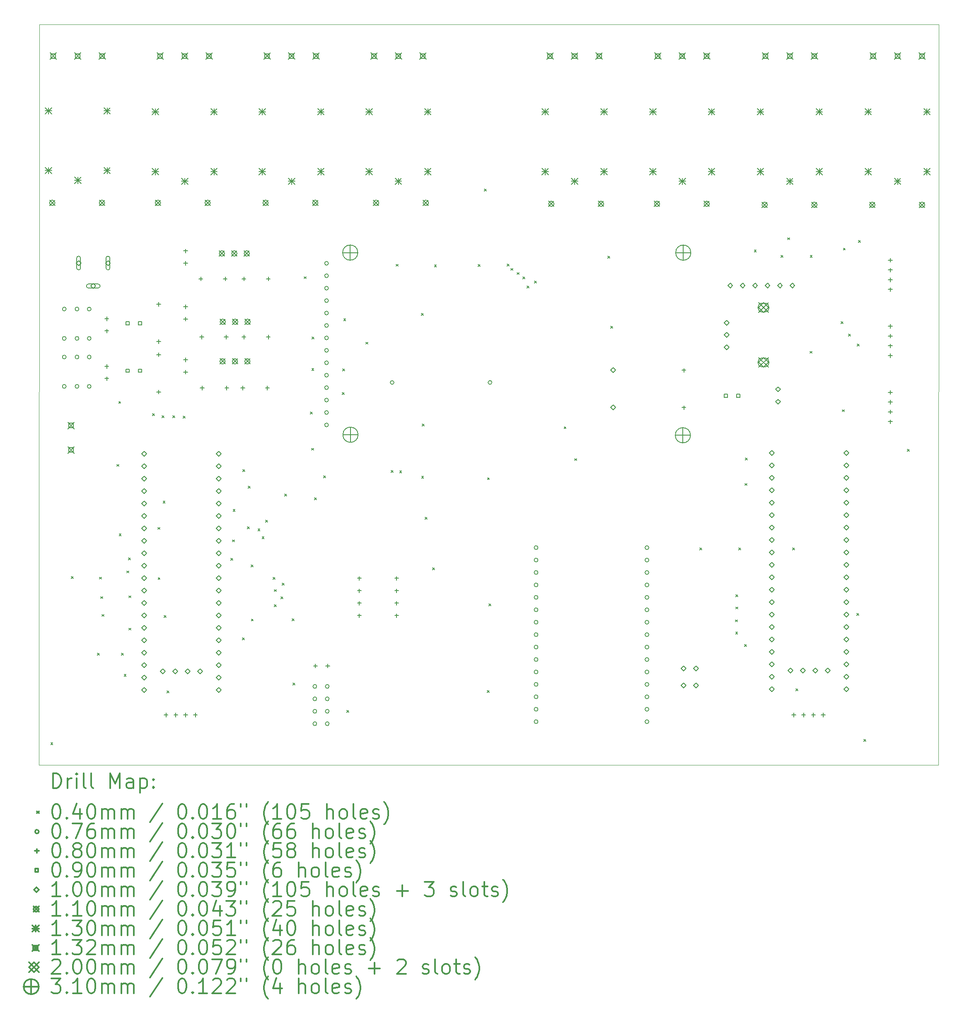
<source format=gbr>
%FSLAX45Y45*%
G04 Gerber Fmt 4.5, Leading zero omitted, Abs format (unit mm)*
G04 Created by KiCad (PCBNEW (5.1.8)-1) date 2022-01-18 20:16:09*
%MOMM*%
%LPD*%
G01*
G04 APERTURE LIST*
%TA.AperFunction,Profile*%
%ADD10C,0.100000*%
%TD*%
%ADD11C,0.200000*%
%ADD12C,0.300000*%
G04 APERTURE END LIST*
D10*
X2515000Y-1575000D02*
X20895000Y-1575000D01*
X2505000Y-16705000D02*
X2515000Y-1575000D01*
X20885000Y-16705000D02*
X2505000Y-16705000D01*
X20895000Y-1575000D02*
X20885000Y-16705000D01*
D11*
X2746000Y-16248000D02*
X2786000Y-16288000D01*
X2786000Y-16248000D02*
X2746000Y-16288000D01*
X3164000Y-12856000D02*
X3204000Y-12896000D01*
X3204000Y-12856000D02*
X3164000Y-12896000D01*
X3700000Y-14420000D02*
X3740000Y-14460000D01*
X3740000Y-14420000D02*
X3700000Y-14460000D01*
X3742000Y-12867000D02*
X3782000Y-12907000D01*
X3782000Y-12867000D02*
X3742000Y-12907000D01*
X3766000Y-13266000D02*
X3806000Y-13306000D01*
X3806000Y-13266000D02*
X3766000Y-13306000D01*
X3790000Y-13630000D02*
X3830000Y-13670000D01*
X3830000Y-13630000D02*
X3790000Y-13670000D01*
X4094000Y-10565000D02*
X4134000Y-10605000D01*
X4134000Y-10565000D02*
X4094000Y-10605000D01*
X4134000Y-9277000D02*
X4174000Y-9317000D01*
X4174000Y-9277000D02*
X4134000Y-9317000D01*
X4141000Y-11983000D02*
X4181000Y-12023000D01*
X4181000Y-11983000D02*
X4141000Y-12023000D01*
X4190000Y-14420000D02*
X4230000Y-14460000D01*
X4230000Y-14420000D02*
X4190000Y-14460000D01*
X4243000Y-14852000D02*
X4283000Y-14892000D01*
X4283000Y-14852000D02*
X4243000Y-14892000D01*
X4297000Y-12741000D02*
X4337000Y-12781000D01*
X4337000Y-12741000D02*
X4297000Y-12781000D01*
X4335000Y-12472000D02*
X4375000Y-12512000D01*
X4375000Y-12472000D02*
X4335000Y-12512000D01*
X4341000Y-13248000D02*
X4381000Y-13288000D01*
X4381000Y-13248000D02*
X4341000Y-13288000D01*
X4343000Y-13908000D02*
X4383000Y-13948000D01*
X4383000Y-13908000D02*
X4343000Y-13948000D01*
X4823000Y-9527000D02*
X4863000Y-9567000D01*
X4863000Y-9527000D02*
X4823000Y-9567000D01*
X4935000Y-11851000D02*
X4975000Y-11891000D01*
X4975000Y-11851000D02*
X4935000Y-11891000D01*
X4939000Y-12876000D02*
X4979000Y-12916000D01*
X4979000Y-12876000D02*
X4939000Y-12916000D01*
X5020000Y-9570000D02*
X5060000Y-9610000D01*
X5060000Y-9570000D02*
X5020000Y-9610000D01*
X5040000Y-11312000D02*
X5080000Y-11352000D01*
X5080000Y-11312000D02*
X5040000Y-11352000D01*
X5062000Y-13648000D02*
X5102000Y-13688000D01*
X5102000Y-13648000D02*
X5062000Y-13688000D01*
X5123000Y-15189000D02*
X5163000Y-15229000D01*
X5163000Y-15189000D02*
X5123000Y-15229000D01*
X5240000Y-9570000D02*
X5280000Y-9610000D01*
X5280000Y-9570000D02*
X5240000Y-9610000D01*
X5450000Y-9580000D02*
X5490000Y-9620000D01*
X5490000Y-9580000D02*
X5450000Y-9620000D01*
X6423000Y-12483000D02*
X6463000Y-12523000D01*
X6463000Y-12483000D02*
X6423000Y-12523000D01*
X6455000Y-12105000D02*
X6495000Y-12145000D01*
X6495000Y-12105000D02*
X6455000Y-12145000D01*
X6470000Y-11482000D02*
X6510000Y-11522000D01*
X6510000Y-11482000D02*
X6470000Y-11522000D01*
X6660000Y-14110000D02*
X6700000Y-14150000D01*
X6700000Y-14110000D02*
X6660000Y-14150000D01*
X6670000Y-10673000D02*
X6710000Y-10713000D01*
X6710000Y-10673000D02*
X6670000Y-10713000D01*
X6764000Y-11841000D02*
X6804000Y-11881000D01*
X6804000Y-11841000D02*
X6764000Y-11881000D01*
X6778000Y-11010000D02*
X6818000Y-11050000D01*
X6818000Y-11010000D02*
X6778000Y-11050000D01*
X6838000Y-12616000D02*
X6878000Y-12656000D01*
X6878000Y-12616000D02*
X6838000Y-12656000D01*
X6842000Y-13723000D02*
X6882000Y-13763000D01*
X6882000Y-13723000D02*
X6842000Y-13763000D01*
X6979000Y-11880000D02*
X7019000Y-11920000D01*
X7019000Y-11880000D02*
X6979000Y-11920000D01*
X7064000Y-12040000D02*
X7104000Y-12080000D01*
X7104000Y-12040000D02*
X7064000Y-12080000D01*
X7134001Y-11702999D02*
X7174001Y-11742999D01*
X7174001Y-11702999D02*
X7134001Y-11742999D01*
X7290000Y-12870000D02*
X7330000Y-12910000D01*
X7330000Y-12870000D02*
X7290000Y-12910000D01*
X7310000Y-13120000D02*
X7350000Y-13160000D01*
X7350000Y-13120000D02*
X7310000Y-13160000D01*
X7310000Y-13430000D02*
X7350000Y-13470000D01*
X7350000Y-13430000D02*
X7310000Y-13470000D01*
X7450000Y-13268000D02*
X7490000Y-13308000D01*
X7490000Y-13268000D02*
X7450000Y-13308000D01*
X7472000Y-12990000D02*
X7512000Y-13030000D01*
X7512000Y-12990000D02*
X7472000Y-13030000D01*
X7527000Y-11169000D02*
X7567000Y-11209000D01*
X7567000Y-11169000D02*
X7527000Y-11209000D01*
X7675000Y-13718000D02*
X7715000Y-13758000D01*
X7715000Y-13718000D02*
X7675000Y-13758000D01*
X7692000Y-15033000D02*
X7732000Y-15073000D01*
X7732000Y-15033000D02*
X7692000Y-15073000D01*
X7925000Y-6728000D02*
X7965000Y-6768000D01*
X7965000Y-6728000D02*
X7925000Y-6768000D01*
X8051000Y-9492000D02*
X8091000Y-9532000D01*
X8091000Y-9492000D02*
X8051000Y-9532000D01*
X8073000Y-10233000D02*
X8113000Y-10273000D01*
X8113000Y-10233000D02*
X8073000Y-10273000D01*
X8079000Y-8602000D02*
X8119000Y-8642000D01*
X8119000Y-8602000D02*
X8079000Y-8642000D01*
X8084000Y-7961000D02*
X8124000Y-8001000D01*
X8124000Y-7961000D02*
X8084000Y-8001000D01*
X8136250Y-11243750D02*
X8176250Y-11283750D01*
X8176250Y-11243750D02*
X8136250Y-11283750D01*
X8320000Y-10795000D02*
X8360000Y-10835000D01*
X8360000Y-10795000D02*
X8320000Y-10835000D01*
X8701000Y-9095000D02*
X8741000Y-9135000D01*
X8741000Y-9095000D02*
X8701000Y-9135000D01*
X8711000Y-8612000D02*
X8751000Y-8652000D01*
X8751000Y-8612000D02*
X8711000Y-8652000D01*
X8731000Y-7587000D02*
X8771000Y-7627000D01*
X8771000Y-7587000D02*
X8731000Y-7627000D01*
X8793000Y-15588000D02*
X8833000Y-15628000D01*
X8833000Y-15588000D02*
X8793000Y-15628000D01*
X9187000Y-8066000D02*
X9227000Y-8106000D01*
X9227000Y-8066000D02*
X9187000Y-8106000D01*
X9700000Y-10686000D02*
X9740000Y-10726000D01*
X9740000Y-10686000D02*
X9700000Y-10726000D01*
X9802000Y-6475000D02*
X9842000Y-6515000D01*
X9842000Y-6475000D02*
X9802000Y-6515000D01*
X9875000Y-10695000D02*
X9915000Y-10735000D01*
X9915000Y-10695000D02*
X9875000Y-10735000D01*
X10319000Y-7479000D02*
X10359000Y-7519000D01*
X10359000Y-7479000D02*
X10319000Y-7519000D01*
X10322000Y-10805000D02*
X10362000Y-10845000D01*
X10362000Y-10805000D02*
X10322000Y-10845000D01*
X10336000Y-9736000D02*
X10376000Y-9776000D01*
X10376000Y-9736000D02*
X10336000Y-9776000D01*
X10393750Y-11646250D02*
X10433750Y-11686250D01*
X10433750Y-11646250D02*
X10393750Y-11686250D01*
X10545000Y-12674000D02*
X10585000Y-12714000D01*
X10585000Y-12674000D02*
X10545000Y-12714000D01*
X10586000Y-6490000D02*
X10626000Y-6530000D01*
X10626000Y-6490000D02*
X10586000Y-6530000D01*
X11479000Y-6481000D02*
X11519000Y-6521000D01*
X11519000Y-6481000D02*
X11479000Y-6521000D01*
X11608000Y-4939000D02*
X11648000Y-4979000D01*
X11648000Y-4939000D02*
X11608000Y-4979000D01*
X11666000Y-15181000D02*
X11706000Y-15221000D01*
X11706000Y-15181000D02*
X11666000Y-15221000D01*
X11670000Y-10835000D02*
X11710000Y-10875000D01*
X11710000Y-10835000D02*
X11670000Y-10875000D01*
X11698000Y-13416000D02*
X11738000Y-13456000D01*
X11738000Y-13416000D02*
X11698000Y-13456000D01*
X12070000Y-6470000D02*
X12110000Y-6510000D01*
X12110000Y-6470000D02*
X12070000Y-6510000D01*
X12150000Y-6560000D02*
X12190000Y-6600000D01*
X12190000Y-6560000D02*
X12150000Y-6600000D01*
X12275000Y-6645000D02*
X12315000Y-6685000D01*
X12315000Y-6645000D02*
X12275000Y-6685000D01*
X12390000Y-6730000D02*
X12430000Y-6770000D01*
X12430000Y-6730000D02*
X12390000Y-6770000D01*
X12480000Y-6920000D02*
X12520000Y-6960000D01*
X12520000Y-6920000D02*
X12480000Y-6960000D01*
X12630000Y-6820000D02*
X12670000Y-6860000D01*
X12670000Y-6820000D02*
X12630000Y-6860000D01*
X13235000Y-9793000D02*
X13275000Y-9833000D01*
X13275000Y-9793000D02*
X13235000Y-9833000D01*
X13454000Y-10446000D02*
X13494000Y-10486000D01*
X13494000Y-10446000D02*
X13454000Y-10486000D01*
X14129000Y-6308000D02*
X14169000Y-6348000D01*
X14169000Y-6308000D02*
X14129000Y-6348000D01*
X14190000Y-7740000D02*
X14230000Y-7780000D01*
X14230000Y-7740000D02*
X14190000Y-7780000D01*
X16006000Y-12268000D02*
X16046000Y-12308000D01*
X16046000Y-12268000D02*
X16006000Y-12308000D01*
X16739000Y-13739000D02*
X16779000Y-13779000D01*
X16779000Y-13739000D02*
X16739000Y-13779000D01*
X16741000Y-13987000D02*
X16781000Y-14027000D01*
X16781000Y-13987000D02*
X16741000Y-14027000D01*
X16744000Y-13227000D02*
X16784000Y-13267000D01*
X16784000Y-13227000D02*
X16744000Y-13267000D01*
X16745000Y-13477000D02*
X16785000Y-13517000D01*
X16785000Y-13477000D02*
X16745000Y-13517000D01*
X16804000Y-12268000D02*
X16844000Y-12308000D01*
X16844000Y-12268000D02*
X16804000Y-12308000D01*
X16923000Y-14246000D02*
X16963000Y-14286000D01*
X16963000Y-14246000D02*
X16923000Y-14286000D01*
X16931000Y-10953000D02*
X16971000Y-10993000D01*
X16971000Y-10953000D02*
X16931000Y-10993000D01*
X16937000Y-10431000D02*
X16977000Y-10471000D01*
X16977000Y-10431000D02*
X16937000Y-10471000D01*
X17121000Y-6182000D02*
X17161000Y-6222000D01*
X17161000Y-6182000D02*
X17121000Y-6222000D01*
X17666000Y-6290000D02*
X17706000Y-6330000D01*
X17706000Y-6290000D02*
X17666000Y-6330000D01*
X17804001Y-5934001D02*
X17844001Y-5974001D01*
X17844001Y-5934001D02*
X17804001Y-5974001D01*
X17903000Y-12268000D02*
X17943000Y-12308000D01*
X17943000Y-12268000D02*
X17903000Y-12308000D01*
X17970000Y-15149000D02*
X18010000Y-15189000D01*
X18010000Y-15149000D02*
X17970000Y-15189000D01*
X18262000Y-8252000D02*
X18302000Y-8292000D01*
X18302000Y-8252000D02*
X18262000Y-8292000D01*
X18264000Y-6295000D02*
X18304000Y-6335000D01*
X18304000Y-6295000D02*
X18264000Y-6335000D01*
X18895000Y-7648000D02*
X18935000Y-7688000D01*
X18935000Y-7648000D02*
X18895000Y-7688000D01*
X18918000Y-9446000D02*
X18958000Y-9486000D01*
X18958000Y-9446000D02*
X18918000Y-9486000D01*
X18941000Y-6144000D02*
X18981000Y-6184000D01*
X18981000Y-6144000D02*
X18941000Y-6184000D01*
X19046250Y-7903750D02*
X19086250Y-7943750D01*
X19086250Y-7903750D02*
X19046250Y-7943750D01*
X19218000Y-13611000D02*
X19258000Y-13651000D01*
X19258000Y-13611000D02*
X19218000Y-13651000D01*
X19223750Y-8103750D02*
X19263750Y-8143750D01*
X19263750Y-8103750D02*
X19223750Y-8143750D01*
X19253750Y-5987751D02*
X19293750Y-6027751D01*
X19293750Y-5987751D02*
X19253750Y-6027751D01*
X19361000Y-16179000D02*
X19401000Y-16219000D01*
X19401000Y-16179000D02*
X19361000Y-16219000D01*
X20253000Y-10256000D02*
X20293000Y-10296000D01*
X20293000Y-10256000D02*
X20253000Y-10296000D01*
X8418100Y-6456000D02*
G75*
G03*
X8418100Y-6456000I-38100J0D01*
G01*
X8418100Y-6710000D02*
G75*
G03*
X8418100Y-6710000I-38100J0D01*
G01*
X8418100Y-6964000D02*
G75*
G03*
X8418100Y-6964000I-38100J0D01*
G01*
X8418100Y-7218000D02*
G75*
G03*
X8418100Y-7218000I-38100J0D01*
G01*
X8418100Y-7472000D02*
G75*
G03*
X8418100Y-7472000I-38100J0D01*
G01*
X8418100Y-7726000D02*
G75*
G03*
X8418100Y-7726000I-38100J0D01*
G01*
X8418100Y-7980000D02*
G75*
G03*
X8418100Y-7980000I-38100J0D01*
G01*
X8418100Y-8234000D02*
G75*
G03*
X8418100Y-8234000I-38100J0D01*
G01*
X8418100Y-8488000D02*
G75*
G03*
X8418100Y-8488000I-38100J0D01*
G01*
X8418100Y-8742000D02*
G75*
G03*
X8418100Y-8742000I-38100J0D01*
G01*
X8418100Y-8996000D02*
G75*
G03*
X8418100Y-8996000I-38100J0D01*
G01*
X8418100Y-9250000D02*
G75*
G03*
X8418100Y-9250000I-38100J0D01*
G01*
X8418100Y-9504000D02*
G75*
G03*
X8418100Y-9504000I-38100J0D01*
G01*
X8418100Y-9758000D02*
G75*
G03*
X8418100Y-9758000I-38100J0D01*
G01*
X9758100Y-8891000D02*
G75*
G03*
X9758100Y-8891000I-38100J0D01*
G01*
X11758100Y-8890000D02*
G75*
G03*
X11758100Y-8890000I-38100J0D01*
G01*
X3058100Y-7390000D02*
G75*
G03*
X3058100Y-7390000I-38100J0D01*
G01*
X3058100Y-7990000D02*
G75*
G03*
X3058100Y-7990000I-38100J0D01*
G01*
X3318100Y-7390000D02*
G75*
G03*
X3318100Y-7390000I-38100J0D01*
G01*
X3318100Y-7990000D02*
G75*
G03*
X3318100Y-7990000I-38100J0D01*
G01*
X3568100Y-7390000D02*
G75*
G03*
X3568100Y-7390000I-38100J0D01*
G01*
X3568100Y-7990000D02*
G75*
G03*
X3568100Y-7990000I-38100J0D01*
G01*
X12700100Y-12264500D02*
G75*
G03*
X12700100Y-12264500I-38100J0D01*
G01*
X12700100Y-12518500D02*
G75*
G03*
X12700100Y-12518500I-38100J0D01*
G01*
X12700100Y-12772500D02*
G75*
G03*
X12700100Y-12772500I-38100J0D01*
G01*
X12700100Y-13026500D02*
G75*
G03*
X12700100Y-13026500I-38100J0D01*
G01*
X12700100Y-13280500D02*
G75*
G03*
X12700100Y-13280500I-38100J0D01*
G01*
X12700100Y-13534500D02*
G75*
G03*
X12700100Y-13534500I-38100J0D01*
G01*
X12700100Y-13788500D02*
G75*
G03*
X12700100Y-13788500I-38100J0D01*
G01*
X12700100Y-14042500D02*
G75*
G03*
X12700100Y-14042500I-38100J0D01*
G01*
X12700100Y-14296500D02*
G75*
G03*
X12700100Y-14296500I-38100J0D01*
G01*
X12700100Y-14550500D02*
G75*
G03*
X12700100Y-14550500I-38100J0D01*
G01*
X12700100Y-14804500D02*
G75*
G03*
X12700100Y-14804500I-38100J0D01*
G01*
X12700100Y-15058500D02*
G75*
G03*
X12700100Y-15058500I-38100J0D01*
G01*
X12700100Y-15312500D02*
G75*
G03*
X12700100Y-15312500I-38100J0D01*
G01*
X12700100Y-15566500D02*
G75*
G03*
X12700100Y-15566500I-38100J0D01*
G01*
X12700100Y-15820500D02*
G75*
G03*
X12700100Y-15820500I-38100J0D01*
G01*
X14966100Y-12264500D02*
G75*
G03*
X14966100Y-12264500I-38100J0D01*
G01*
X14966100Y-12518500D02*
G75*
G03*
X14966100Y-12518500I-38100J0D01*
G01*
X14966100Y-12772500D02*
G75*
G03*
X14966100Y-12772500I-38100J0D01*
G01*
X14966100Y-13026500D02*
G75*
G03*
X14966100Y-13026500I-38100J0D01*
G01*
X14966100Y-13280500D02*
G75*
G03*
X14966100Y-13280500I-38100J0D01*
G01*
X14966100Y-13534500D02*
G75*
G03*
X14966100Y-13534500I-38100J0D01*
G01*
X14966100Y-13788500D02*
G75*
G03*
X14966100Y-13788500I-38100J0D01*
G01*
X14966100Y-14042500D02*
G75*
G03*
X14966100Y-14042500I-38100J0D01*
G01*
X14966100Y-14296500D02*
G75*
G03*
X14966100Y-14296500I-38100J0D01*
G01*
X14966100Y-14550500D02*
G75*
G03*
X14966100Y-14550500I-38100J0D01*
G01*
X14966100Y-14804500D02*
G75*
G03*
X14966100Y-14804500I-38100J0D01*
G01*
X14966100Y-15058500D02*
G75*
G03*
X14966100Y-15058500I-38100J0D01*
G01*
X14966100Y-15312500D02*
G75*
G03*
X14966100Y-15312500I-38100J0D01*
G01*
X14966100Y-15566500D02*
G75*
G03*
X14966100Y-15566500I-38100J0D01*
G01*
X14966100Y-15820500D02*
G75*
G03*
X14966100Y-15820500I-38100J0D01*
G01*
X3058100Y-8370000D02*
G75*
G03*
X3058100Y-8370000I-38100J0D01*
G01*
X3058100Y-8970000D02*
G75*
G03*
X3058100Y-8970000I-38100J0D01*
G01*
X3318100Y-8370000D02*
G75*
G03*
X3318100Y-8370000I-38100J0D01*
G01*
X3318100Y-8970000D02*
G75*
G03*
X3318100Y-8970000I-38100J0D01*
G01*
X3568100Y-8370000D02*
G75*
G03*
X3568100Y-8370000I-38100J0D01*
G01*
X3568100Y-8970000D02*
G75*
G03*
X3568100Y-8970000I-38100J0D01*
G01*
X8178100Y-15100000D02*
G75*
G03*
X8178100Y-15100000I-38100J0D01*
G01*
X8178100Y-15354000D02*
G75*
G03*
X8178100Y-15354000I-38100J0D01*
G01*
X8178100Y-15608000D02*
G75*
G03*
X8178100Y-15608000I-38100J0D01*
G01*
X8178100Y-15862000D02*
G75*
G03*
X8178100Y-15862000I-38100J0D01*
G01*
X8432100Y-15100000D02*
G75*
G03*
X8432100Y-15100000I-38100J0D01*
G01*
X8432100Y-15354000D02*
G75*
G03*
X8432100Y-15354000I-38100J0D01*
G01*
X8432100Y-15608000D02*
G75*
G03*
X8432100Y-15608000I-38100J0D01*
G01*
X8432100Y-15862000D02*
G75*
G03*
X8432100Y-15862000I-38100J0D01*
G01*
X3889000Y-8520000D02*
X3889000Y-8600000D01*
X3849000Y-8560000D02*
X3929000Y-8560000D01*
X3889000Y-8770000D02*
X3889000Y-8850000D01*
X3849000Y-8810000D02*
X3929000Y-8810000D01*
X5500000Y-6161000D02*
X5500000Y-6241000D01*
X5460000Y-6201000D02*
X5540000Y-6201000D01*
X5500000Y-6411000D02*
X5500000Y-6491000D01*
X5460000Y-6451000D02*
X5540000Y-6451000D01*
X4950000Y-8280000D02*
X4950000Y-8360000D01*
X4910000Y-8320000D02*
X4990000Y-8320000D01*
X4950000Y-9042000D02*
X4950000Y-9122000D01*
X4910000Y-9082000D02*
X4990000Y-9082000D01*
X5830000Y-7920000D02*
X5830000Y-8000000D01*
X5790000Y-7960000D02*
X5870000Y-7960000D01*
X6330000Y-7920000D02*
X6330000Y-8000000D01*
X6290000Y-7960000D02*
X6370000Y-7960000D01*
X4950000Y-7250000D02*
X4950000Y-7330000D01*
X4910000Y-7290000D02*
X4990000Y-7290000D01*
X4950000Y-8012000D02*
X4950000Y-8092000D01*
X4910000Y-8052000D02*
X4990000Y-8052000D01*
X19900000Y-7700000D02*
X19900000Y-7780000D01*
X19860000Y-7740000D02*
X19940000Y-7740000D01*
X19900000Y-7900000D02*
X19900000Y-7980000D01*
X19860000Y-7940000D02*
X19940000Y-7940000D01*
X19900000Y-8100000D02*
X19900000Y-8180000D01*
X19860000Y-8140000D02*
X19940000Y-8140000D01*
X19900000Y-8300000D02*
X19900000Y-8380000D01*
X19860000Y-8340000D02*
X19940000Y-8340000D01*
X6670000Y-8960000D02*
X6670000Y-9040000D01*
X6630000Y-9000000D02*
X6710000Y-9000000D01*
X7170000Y-8960000D02*
X7170000Y-9040000D01*
X7130000Y-9000000D02*
X7210000Y-9000000D01*
X5100000Y-15640000D02*
X5100000Y-15720000D01*
X5060000Y-15680000D02*
X5140000Y-15680000D01*
X5300000Y-15640000D02*
X5300000Y-15720000D01*
X5260000Y-15680000D02*
X5340000Y-15680000D01*
X5500000Y-15640000D02*
X5500000Y-15720000D01*
X5460000Y-15680000D02*
X5540000Y-15680000D01*
X5700000Y-15640000D02*
X5700000Y-15720000D01*
X5660000Y-15680000D02*
X5740000Y-15680000D01*
X15682000Y-8600000D02*
X15682000Y-8680000D01*
X15642000Y-8640000D02*
X15722000Y-8640000D01*
X15682000Y-9362000D02*
X15682000Y-9442000D01*
X15642000Y-9402000D02*
X15722000Y-9402000D01*
X8154000Y-14640000D02*
X8154000Y-14720000D01*
X8114000Y-14680000D02*
X8194000Y-14680000D01*
X8404000Y-14640000D02*
X8404000Y-14720000D01*
X8364000Y-14680000D02*
X8444000Y-14680000D01*
X19900000Y-9050000D02*
X19900000Y-9130000D01*
X19860000Y-9090000D02*
X19940000Y-9090000D01*
X19900000Y-9250000D02*
X19900000Y-9330000D01*
X19860000Y-9290000D02*
X19940000Y-9290000D01*
X19900000Y-9450000D02*
X19900000Y-9530000D01*
X19860000Y-9490000D02*
X19940000Y-9490000D01*
X19900000Y-9650000D02*
X19900000Y-9730000D01*
X19860000Y-9690000D02*
X19940000Y-9690000D01*
X5840000Y-8960000D02*
X5840000Y-9040000D01*
X5800000Y-9000000D02*
X5880000Y-9000000D01*
X6340000Y-8960000D02*
X6340000Y-9040000D01*
X6300000Y-9000000D02*
X6380000Y-9000000D01*
X19900000Y-6350000D02*
X19900000Y-6430000D01*
X19860000Y-6390000D02*
X19940000Y-6390000D01*
X19900000Y-6550000D02*
X19900000Y-6630000D01*
X19860000Y-6590000D02*
X19940000Y-6590000D01*
X19900000Y-6750000D02*
X19900000Y-6830000D01*
X19860000Y-6790000D02*
X19940000Y-6790000D01*
X19900000Y-6950000D02*
X19900000Y-7030000D01*
X19860000Y-6990000D02*
X19940000Y-6990000D01*
X6690000Y-7920000D02*
X6690000Y-8000000D01*
X6650000Y-7960000D02*
X6730000Y-7960000D01*
X7190000Y-7920000D02*
X7190000Y-8000000D01*
X7150000Y-7960000D02*
X7230000Y-7960000D01*
X5500000Y-7302000D02*
X5500000Y-7382000D01*
X5460000Y-7342000D02*
X5540000Y-7342000D01*
X5500000Y-7552000D02*
X5500000Y-7632000D01*
X5460000Y-7592000D02*
X5540000Y-7592000D01*
X17930000Y-15640000D02*
X17930000Y-15720000D01*
X17890000Y-15680000D02*
X17970000Y-15680000D01*
X18130000Y-15640000D02*
X18130000Y-15720000D01*
X18090000Y-15680000D02*
X18170000Y-15680000D01*
X18330000Y-15640000D02*
X18330000Y-15720000D01*
X18290000Y-15680000D02*
X18370000Y-15680000D01*
X18530000Y-15640000D02*
X18530000Y-15720000D01*
X18490000Y-15680000D02*
X18570000Y-15680000D01*
X9050000Y-12850000D02*
X9050000Y-12930000D01*
X9010000Y-12890000D02*
X9090000Y-12890000D01*
X9050000Y-13104000D02*
X9050000Y-13184000D01*
X9010000Y-13144000D02*
X9090000Y-13144000D01*
X9050000Y-13358000D02*
X9050000Y-13438000D01*
X9010000Y-13398000D02*
X9090000Y-13398000D01*
X9050000Y-13612000D02*
X9050000Y-13692000D01*
X9010000Y-13652000D02*
X9090000Y-13652000D01*
X9812000Y-12850000D02*
X9812000Y-12930000D01*
X9772000Y-12890000D02*
X9852000Y-12890000D01*
X9812000Y-13104000D02*
X9812000Y-13184000D01*
X9772000Y-13144000D02*
X9852000Y-13144000D01*
X9812000Y-13358000D02*
X9812000Y-13438000D01*
X9772000Y-13398000D02*
X9852000Y-13398000D01*
X9812000Y-13612000D02*
X9812000Y-13692000D01*
X9772000Y-13652000D02*
X9852000Y-13652000D01*
X3889000Y-7546000D02*
X3889000Y-7626000D01*
X3849000Y-7586000D02*
X3929000Y-7586000D01*
X3889000Y-7796000D02*
X3889000Y-7876000D01*
X3849000Y-7836000D02*
X3929000Y-7836000D01*
X5500000Y-8386000D02*
X5500000Y-8466000D01*
X5460000Y-8426000D02*
X5540000Y-8426000D01*
X5500000Y-8636000D02*
X5500000Y-8716000D01*
X5460000Y-8676000D02*
X5540000Y-8676000D01*
X5810000Y-6730000D02*
X5810000Y-6810000D01*
X5770000Y-6770000D02*
X5850000Y-6770000D01*
X6310000Y-6730000D02*
X6310000Y-6810000D01*
X6270000Y-6770000D02*
X6350000Y-6770000D01*
X6690000Y-6730000D02*
X6690000Y-6810000D01*
X6650000Y-6770000D02*
X6730000Y-6770000D01*
X7190000Y-6730000D02*
X7190000Y-6810000D01*
X7150000Y-6770000D02*
X7230000Y-6770000D01*
X4347820Y-7711820D02*
X4347820Y-7648180D01*
X4284180Y-7648180D01*
X4284180Y-7711820D01*
X4347820Y-7711820D01*
X4601820Y-7711820D02*
X4601820Y-7648180D01*
X4538180Y-7648180D01*
X4538180Y-7711820D01*
X4601820Y-7711820D01*
X16571820Y-9191820D02*
X16571820Y-9128180D01*
X16508180Y-9128180D01*
X16508180Y-9191820D01*
X16571820Y-9191820D01*
X16825820Y-9191820D02*
X16825820Y-9128180D01*
X16762180Y-9128180D01*
X16762180Y-9191820D01*
X16825820Y-9191820D01*
X4347820Y-8681820D02*
X4347820Y-8618180D01*
X4284180Y-8618180D01*
X4284180Y-8681820D01*
X4347820Y-8681820D01*
X4601820Y-8681820D02*
X4601820Y-8618180D01*
X4538180Y-8618180D01*
X4538180Y-8681820D01*
X4601820Y-8681820D01*
X3313000Y-6500000D02*
X3363000Y-6450000D01*
X3313000Y-6400000D01*
X3263000Y-6450000D01*
X3313000Y-6500000D01*
X3273000Y-6350000D02*
X3273000Y-6550000D01*
X3353000Y-6350000D02*
X3353000Y-6550000D01*
X3273000Y-6550000D02*
G75*
G03*
X3353000Y-6550000I40000J0D01*
G01*
X3353000Y-6350000D02*
G75*
G03*
X3273000Y-6350000I-40000J0D01*
G01*
X3613000Y-6970000D02*
X3663000Y-6920000D01*
X3613000Y-6870000D01*
X3563000Y-6920000D01*
X3613000Y-6970000D01*
X3513000Y-6960000D02*
X3713000Y-6960000D01*
X3513000Y-6880000D02*
X3713000Y-6880000D01*
X3713000Y-6960000D02*
G75*
G03*
X3713000Y-6880000I0J40000D01*
G01*
X3513000Y-6880000D02*
G75*
G03*
X3513000Y-6960000I0J-40000D01*
G01*
X3913000Y-6500000D02*
X3963000Y-6450000D01*
X3913000Y-6400000D01*
X3863000Y-6450000D01*
X3913000Y-6500000D01*
X3873000Y-6350000D02*
X3873000Y-6550000D01*
X3953000Y-6350000D02*
X3953000Y-6550000D01*
X3873000Y-6550000D02*
G75*
G03*
X3953000Y-6550000I40000J0D01*
G01*
X3953000Y-6350000D02*
G75*
G03*
X3873000Y-6350000I-40000J0D01*
G01*
X17610000Y-9080000D02*
X17660000Y-9030000D01*
X17610000Y-8980000D01*
X17560000Y-9030000D01*
X17610000Y-9080000D01*
X17610000Y-9334000D02*
X17660000Y-9284000D01*
X17610000Y-9234000D01*
X17560000Y-9284000D01*
X17610000Y-9334000D01*
X14240000Y-8690000D02*
X14290000Y-8640000D01*
X14240000Y-8590000D01*
X14190000Y-8640000D01*
X14240000Y-8690000D01*
X14240000Y-9450000D02*
X14290000Y-9400000D01*
X14240000Y-9350000D01*
X14190000Y-9400000D01*
X14240000Y-9450000D01*
X16560000Y-7720000D02*
X16610000Y-7670000D01*
X16560000Y-7620000D01*
X16510000Y-7670000D01*
X16560000Y-7720000D01*
X16560000Y-7970000D02*
X16610000Y-7920000D01*
X16560000Y-7870000D01*
X16510000Y-7920000D01*
X16560000Y-7970000D01*
X16560000Y-8220000D02*
X16610000Y-8170000D01*
X16560000Y-8120000D01*
X16510000Y-8170000D01*
X16560000Y-8220000D01*
X15676000Y-14780000D02*
X15726000Y-14730000D01*
X15676000Y-14680000D01*
X15626000Y-14730000D01*
X15676000Y-14780000D01*
X15930000Y-14780000D02*
X15980000Y-14730000D01*
X15930000Y-14680000D01*
X15880000Y-14730000D01*
X15930000Y-14780000D01*
X17480000Y-10380000D02*
X17530000Y-10330000D01*
X17480000Y-10280000D01*
X17430000Y-10330000D01*
X17480000Y-10380000D01*
X17480000Y-10634000D02*
X17530000Y-10584000D01*
X17480000Y-10534000D01*
X17430000Y-10584000D01*
X17480000Y-10634000D01*
X17480000Y-10888000D02*
X17530000Y-10838000D01*
X17480000Y-10788000D01*
X17430000Y-10838000D01*
X17480000Y-10888000D01*
X17480000Y-11142000D02*
X17530000Y-11092000D01*
X17480000Y-11042000D01*
X17430000Y-11092000D01*
X17480000Y-11142000D01*
X17480000Y-11396000D02*
X17530000Y-11346000D01*
X17480000Y-11296000D01*
X17430000Y-11346000D01*
X17480000Y-11396000D01*
X17480000Y-11650000D02*
X17530000Y-11600000D01*
X17480000Y-11550000D01*
X17430000Y-11600000D01*
X17480000Y-11650000D01*
X17480000Y-11904000D02*
X17530000Y-11854000D01*
X17480000Y-11804000D01*
X17430000Y-11854000D01*
X17480000Y-11904000D01*
X17480000Y-12158000D02*
X17530000Y-12108000D01*
X17480000Y-12058000D01*
X17430000Y-12108000D01*
X17480000Y-12158000D01*
X17480000Y-12412000D02*
X17530000Y-12362000D01*
X17480000Y-12312000D01*
X17430000Y-12362000D01*
X17480000Y-12412000D01*
X17480000Y-12666000D02*
X17530000Y-12616000D01*
X17480000Y-12566000D01*
X17430000Y-12616000D01*
X17480000Y-12666000D01*
X17480000Y-12920000D02*
X17530000Y-12870000D01*
X17480000Y-12820000D01*
X17430000Y-12870000D01*
X17480000Y-12920000D01*
X17480000Y-13174000D02*
X17530000Y-13124000D01*
X17480000Y-13074000D01*
X17430000Y-13124000D01*
X17480000Y-13174000D01*
X17480000Y-13428000D02*
X17530000Y-13378000D01*
X17480000Y-13328000D01*
X17430000Y-13378000D01*
X17480000Y-13428000D01*
X17480000Y-13682000D02*
X17530000Y-13632000D01*
X17480000Y-13582000D01*
X17430000Y-13632000D01*
X17480000Y-13682000D01*
X17480000Y-13936000D02*
X17530000Y-13886000D01*
X17480000Y-13836000D01*
X17430000Y-13886000D01*
X17480000Y-13936000D01*
X17480000Y-14190000D02*
X17530000Y-14140000D01*
X17480000Y-14090000D01*
X17430000Y-14140000D01*
X17480000Y-14190000D01*
X17480000Y-14444000D02*
X17530000Y-14394000D01*
X17480000Y-14344000D01*
X17430000Y-14394000D01*
X17480000Y-14444000D01*
X17480000Y-14698000D02*
X17530000Y-14648000D01*
X17480000Y-14598000D01*
X17430000Y-14648000D01*
X17480000Y-14698000D01*
X17480000Y-14952000D02*
X17530000Y-14902000D01*
X17480000Y-14852000D01*
X17430000Y-14902000D01*
X17480000Y-14952000D01*
X17480000Y-15206000D02*
X17530000Y-15156000D01*
X17480000Y-15106000D01*
X17430000Y-15156000D01*
X17480000Y-15206000D01*
X17861000Y-14825000D02*
X17911000Y-14775000D01*
X17861000Y-14725000D01*
X17811000Y-14775000D01*
X17861000Y-14825000D01*
X18115000Y-14825000D02*
X18165000Y-14775000D01*
X18115000Y-14725000D01*
X18065000Y-14775000D01*
X18115000Y-14825000D01*
X18369000Y-14825000D02*
X18419000Y-14775000D01*
X18369000Y-14725000D01*
X18319000Y-14775000D01*
X18369000Y-14825000D01*
X18623000Y-14825000D02*
X18673000Y-14775000D01*
X18623000Y-14725000D01*
X18573000Y-14775000D01*
X18623000Y-14825000D01*
X19004000Y-10380000D02*
X19054000Y-10330000D01*
X19004000Y-10280000D01*
X18954000Y-10330000D01*
X19004000Y-10380000D01*
X19004000Y-10634000D02*
X19054000Y-10584000D01*
X19004000Y-10534000D01*
X18954000Y-10584000D01*
X19004000Y-10634000D01*
X19004000Y-10888000D02*
X19054000Y-10838000D01*
X19004000Y-10788000D01*
X18954000Y-10838000D01*
X19004000Y-10888000D01*
X19004000Y-11142000D02*
X19054000Y-11092000D01*
X19004000Y-11042000D01*
X18954000Y-11092000D01*
X19004000Y-11142000D01*
X19004000Y-11396000D02*
X19054000Y-11346000D01*
X19004000Y-11296000D01*
X18954000Y-11346000D01*
X19004000Y-11396000D01*
X19004000Y-11650000D02*
X19054000Y-11600000D01*
X19004000Y-11550000D01*
X18954000Y-11600000D01*
X19004000Y-11650000D01*
X19004000Y-11904000D02*
X19054000Y-11854000D01*
X19004000Y-11804000D01*
X18954000Y-11854000D01*
X19004000Y-11904000D01*
X19004000Y-12158000D02*
X19054000Y-12108000D01*
X19004000Y-12058000D01*
X18954000Y-12108000D01*
X19004000Y-12158000D01*
X19004000Y-12412000D02*
X19054000Y-12362000D01*
X19004000Y-12312000D01*
X18954000Y-12362000D01*
X19004000Y-12412000D01*
X19004000Y-12666000D02*
X19054000Y-12616000D01*
X19004000Y-12566000D01*
X18954000Y-12616000D01*
X19004000Y-12666000D01*
X19004000Y-12920000D02*
X19054000Y-12870000D01*
X19004000Y-12820000D01*
X18954000Y-12870000D01*
X19004000Y-12920000D01*
X19004000Y-13174000D02*
X19054000Y-13124000D01*
X19004000Y-13074000D01*
X18954000Y-13124000D01*
X19004000Y-13174000D01*
X19004000Y-13428000D02*
X19054000Y-13378000D01*
X19004000Y-13328000D01*
X18954000Y-13378000D01*
X19004000Y-13428000D01*
X19004000Y-13682000D02*
X19054000Y-13632000D01*
X19004000Y-13582000D01*
X18954000Y-13632000D01*
X19004000Y-13682000D01*
X19004000Y-13936000D02*
X19054000Y-13886000D01*
X19004000Y-13836000D01*
X18954000Y-13886000D01*
X19004000Y-13936000D01*
X19004000Y-14190000D02*
X19054000Y-14140000D01*
X19004000Y-14090000D01*
X18954000Y-14140000D01*
X19004000Y-14190000D01*
X19004000Y-14444000D02*
X19054000Y-14394000D01*
X19004000Y-14344000D01*
X18954000Y-14394000D01*
X19004000Y-14444000D01*
X19004000Y-14698000D02*
X19054000Y-14648000D01*
X19004000Y-14598000D01*
X18954000Y-14648000D01*
X19004000Y-14698000D01*
X19004000Y-14952000D02*
X19054000Y-14902000D01*
X19004000Y-14852000D01*
X18954000Y-14902000D01*
X19004000Y-14952000D01*
X19004000Y-15206000D02*
X19054000Y-15156000D01*
X19004000Y-15106000D01*
X18954000Y-15156000D01*
X19004000Y-15206000D01*
X4650000Y-10400000D02*
X4700000Y-10350000D01*
X4650000Y-10300000D01*
X4600000Y-10350000D01*
X4650000Y-10400000D01*
X4650000Y-10654000D02*
X4700000Y-10604000D01*
X4650000Y-10554000D01*
X4600000Y-10604000D01*
X4650000Y-10654000D01*
X4650000Y-10908000D02*
X4700000Y-10858000D01*
X4650000Y-10808000D01*
X4600000Y-10858000D01*
X4650000Y-10908000D01*
X4650000Y-11162000D02*
X4700000Y-11112000D01*
X4650000Y-11062000D01*
X4600000Y-11112000D01*
X4650000Y-11162000D01*
X4650000Y-11416000D02*
X4700000Y-11366000D01*
X4650000Y-11316000D01*
X4600000Y-11366000D01*
X4650000Y-11416000D01*
X4650000Y-11670000D02*
X4700000Y-11620000D01*
X4650000Y-11570000D01*
X4600000Y-11620000D01*
X4650000Y-11670000D01*
X4650000Y-11924000D02*
X4700000Y-11874000D01*
X4650000Y-11824000D01*
X4600000Y-11874000D01*
X4650000Y-11924000D01*
X4650000Y-12178000D02*
X4700000Y-12128000D01*
X4650000Y-12078000D01*
X4600000Y-12128000D01*
X4650000Y-12178000D01*
X4650000Y-12432000D02*
X4700000Y-12382000D01*
X4650000Y-12332000D01*
X4600000Y-12382000D01*
X4650000Y-12432000D01*
X4650000Y-12686000D02*
X4700000Y-12636000D01*
X4650000Y-12586000D01*
X4600000Y-12636000D01*
X4650000Y-12686000D01*
X4650000Y-12940000D02*
X4700000Y-12890000D01*
X4650000Y-12840000D01*
X4600000Y-12890000D01*
X4650000Y-12940000D01*
X4650000Y-13194000D02*
X4700000Y-13144000D01*
X4650000Y-13094000D01*
X4600000Y-13144000D01*
X4650000Y-13194000D01*
X4650000Y-13448000D02*
X4700000Y-13398000D01*
X4650000Y-13348000D01*
X4600000Y-13398000D01*
X4650000Y-13448000D01*
X4650000Y-13702000D02*
X4700000Y-13652000D01*
X4650000Y-13602000D01*
X4600000Y-13652000D01*
X4650000Y-13702000D01*
X4650000Y-13956000D02*
X4700000Y-13906000D01*
X4650000Y-13856000D01*
X4600000Y-13906000D01*
X4650000Y-13956000D01*
X4650000Y-14210000D02*
X4700000Y-14160000D01*
X4650000Y-14110000D01*
X4600000Y-14160000D01*
X4650000Y-14210000D01*
X4650000Y-14464000D02*
X4700000Y-14414000D01*
X4650000Y-14364000D01*
X4600000Y-14414000D01*
X4650000Y-14464000D01*
X4650000Y-14718000D02*
X4700000Y-14668000D01*
X4650000Y-14618000D01*
X4600000Y-14668000D01*
X4650000Y-14718000D01*
X4650000Y-14972000D02*
X4700000Y-14922000D01*
X4650000Y-14872000D01*
X4600000Y-14922000D01*
X4650000Y-14972000D01*
X4650000Y-15226000D02*
X4700000Y-15176000D01*
X4650000Y-15126000D01*
X4600000Y-15176000D01*
X4650000Y-15226000D01*
X5031000Y-14845000D02*
X5081000Y-14795000D01*
X5031000Y-14745000D01*
X4981000Y-14795000D01*
X5031000Y-14845000D01*
X5285000Y-14845000D02*
X5335000Y-14795000D01*
X5285000Y-14745000D01*
X5235000Y-14795000D01*
X5285000Y-14845000D01*
X5539000Y-14845000D02*
X5589000Y-14795000D01*
X5539000Y-14745000D01*
X5489000Y-14795000D01*
X5539000Y-14845000D01*
X5793000Y-14845000D02*
X5843000Y-14795000D01*
X5793000Y-14745000D01*
X5743000Y-14795000D01*
X5793000Y-14845000D01*
X6174000Y-10400000D02*
X6224000Y-10350000D01*
X6174000Y-10300000D01*
X6124000Y-10350000D01*
X6174000Y-10400000D01*
X6174000Y-10654000D02*
X6224000Y-10604000D01*
X6174000Y-10554000D01*
X6124000Y-10604000D01*
X6174000Y-10654000D01*
X6174000Y-10908000D02*
X6224000Y-10858000D01*
X6174000Y-10808000D01*
X6124000Y-10858000D01*
X6174000Y-10908000D01*
X6174000Y-11162000D02*
X6224000Y-11112000D01*
X6174000Y-11062000D01*
X6124000Y-11112000D01*
X6174000Y-11162000D01*
X6174000Y-11416000D02*
X6224000Y-11366000D01*
X6174000Y-11316000D01*
X6124000Y-11366000D01*
X6174000Y-11416000D01*
X6174000Y-11670000D02*
X6224000Y-11620000D01*
X6174000Y-11570000D01*
X6124000Y-11620000D01*
X6174000Y-11670000D01*
X6174000Y-11924000D02*
X6224000Y-11874000D01*
X6174000Y-11824000D01*
X6124000Y-11874000D01*
X6174000Y-11924000D01*
X6174000Y-12178000D02*
X6224000Y-12128000D01*
X6174000Y-12078000D01*
X6124000Y-12128000D01*
X6174000Y-12178000D01*
X6174000Y-12432000D02*
X6224000Y-12382000D01*
X6174000Y-12332000D01*
X6124000Y-12382000D01*
X6174000Y-12432000D01*
X6174000Y-12686000D02*
X6224000Y-12636000D01*
X6174000Y-12586000D01*
X6124000Y-12636000D01*
X6174000Y-12686000D01*
X6174000Y-12940000D02*
X6224000Y-12890000D01*
X6174000Y-12840000D01*
X6124000Y-12890000D01*
X6174000Y-12940000D01*
X6174000Y-13194000D02*
X6224000Y-13144000D01*
X6174000Y-13094000D01*
X6124000Y-13144000D01*
X6174000Y-13194000D01*
X6174000Y-13448000D02*
X6224000Y-13398000D01*
X6174000Y-13348000D01*
X6124000Y-13398000D01*
X6174000Y-13448000D01*
X6174000Y-13702000D02*
X6224000Y-13652000D01*
X6174000Y-13602000D01*
X6124000Y-13652000D01*
X6174000Y-13702000D01*
X6174000Y-13956000D02*
X6224000Y-13906000D01*
X6174000Y-13856000D01*
X6124000Y-13906000D01*
X6174000Y-13956000D01*
X6174000Y-14210000D02*
X6224000Y-14160000D01*
X6174000Y-14110000D01*
X6124000Y-14160000D01*
X6174000Y-14210000D01*
X6174000Y-14464000D02*
X6224000Y-14414000D01*
X6174000Y-14364000D01*
X6124000Y-14414000D01*
X6174000Y-14464000D01*
X6174000Y-14718000D02*
X6224000Y-14668000D01*
X6174000Y-14618000D01*
X6124000Y-14668000D01*
X6174000Y-14718000D01*
X6174000Y-14972000D02*
X6224000Y-14922000D01*
X6174000Y-14872000D01*
X6124000Y-14922000D01*
X6174000Y-14972000D01*
X6174000Y-15226000D02*
X6224000Y-15176000D01*
X6174000Y-15126000D01*
X6124000Y-15176000D01*
X6174000Y-15226000D01*
X16630000Y-6960000D02*
X16680000Y-6910000D01*
X16630000Y-6860000D01*
X16580000Y-6910000D01*
X16630000Y-6960000D01*
X16884000Y-6960000D02*
X16934000Y-6910000D01*
X16884000Y-6860000D01*
X16834000Y-6910000D01*
X16884000Y-6960000D01*
X17138000Y-6960000D02*
X17188000Y-6910000D01*
X17138000Y-6860000D01*
X17088000Y-6910000D01*
X17138000Y-6960000D01*
X17392000Y-6960000D02*
X17442000Y-6910000D01*
X17392000Y-6860000D01*
X17342000Y-6910000D01*
X17392000Y-6960000D01*
X17646000Y-6960000D02*
X17696000Y-6910000D01*
X17646000Y-6860000D01*
X17596000Y-6910000D01*
X17646000Y-6960000D01*
X17900000Y-6960000D02*
X17950000Y-6910000D01*
X17900000Y-6860000D01*
X17850000Y-6910000D01*
X17900000Y-6960000D01*
X15680000Y-15130000D02*
X15730000Y-15080000D01*
X15680000Y-15030000D01*
X15630000Y-15080000D01*
X15680000Y-15130000D01*
X15934000Y-15130000D02*
X15984000Y-15080000D01*
X15934000Y-15030000D01*
X15884000Y-15080000D01*
X15934000Y-15130000D01*
X6187000Y-6199000D02*
X6297000Y-6309000D01*
X6297000Y-6199000D02*
X6187000Y-6309000D01*
X6297000Y-6254000D02*
G75*
G03*
X6297000Y-6254000I-55000J0D01*
G01*
X6441000Y-6199000D02*
X6551000Y-6309000D01*
X6551000Y-6199000D02*
X6441000Y-6309000D01*
X6551000Y-6254000D02*
G75*
G03*
X6551000Y-6254000I-55000J0D01*
G01*
X6695000Y-6199000D02*
X6805000Y-6309000D01*
X6805000Y-6199000D02*
X6695000Y-6309000D01*
X6805000Y-6254000D02*
G75*
G03*
X6805000Y-6254000I-55000J0D01*
G01*
X12919000Y-5185000D02*
X13029000Y-5295000D01*
X13029000Y-5185000D02*
X12919000Y-5295000D01*
X13029000Y-5240000D02*
G75*
G03*
X13029000Y-5240000I-55000J0D01*
G01*
X13935000Y-5185000D02*
X14045000Y-5295000D01*
X14045000Y-5185000D02*
X13935000Y-5295000D01*
X14045000Y-5240000D02*
G75*
G03*
X14045000Y-5240000I-55000J0D01*
G01*
X9339000Y-5165000D02*
X9449000Y-5275000D01*
X9449000Y-5165000D02*
X9339000Y-5275000D01*
X9449000Y-5220000D02*
G75*
G03*
X9449000Y-5220000I-55000J0D01*
G01*
X10355000Y-5165000D02*
X10465000Y-5275000D01*
X10465000Y-5165000D02*
X10355000Y-5275000D01*
X10465000Y-5220000D02*
G75*
G03*
X10465000Y-5220000I-55000J0D01*
G01*
X2719000Y-5165000D02*
X2829000Y-5275000D01*
X2829000Y-5165000D02*
X2719000Y-5275000D01*
X2829000Y-5220000D02*
G75*
G03*
X2829000Y-5220000I-55000J0D01*
G01*
X3735000Y-5165000D02*
X3845000Y-5275000D01*
X3845000Y-5165000D02*
X3735000Y-5275000D01*
X3845000Y-5220000D02*
G75*
G03*
X3845000Y-5220000I-55000J0D01*
G01*
X7079000Y-5165000D02*
X7189000Y-5275000D01*
X7189000Y-5165000D02*
X7079000Y-5275000D01*
X7189000Y-5220000D02*
G75*
G03*
X7189000Y-5220000I-55000J0D01*
G01*
X8095000Y-5165000D02*
X8205000Y-5275000D01*
X8205000Y-5165000D02*
X8095000Y-5275000D01*
X8205000Y-5220000D02*
G75*
G03*
X8205000Y-5220000I-55000J0D01*
G01*
X6205000Y-7595000D02*
X6315000Y-7705000D01*
X6315000Y-7595000D02*
X6205000Y-7705000D01*
X6315000Y-7650000D02*
G75*
G03*
X6315000Y-7650000I-55000J0D01*
G01*
X6459000Y-7595000D02*
X6569000Y-7705000D01*
X6569000Y-7595000D02*
X6459000Y-7705000D01*
X6569000Y-7650000D02*
G75*
G03*
X6569000Y-7650000I-55000J0D01*
G01*
X6713000Y-7595000D02*
X6823000Y-7705000D01*
X6823000Y-7595000D02*
X6713000Y-7705000D01*
X6823000Y-7650000D02*
G75*
G03*
X6823000Y-7650000I-55000J0D01*
G01*
X4879000Y-5165000D02*
X4989000Y-5275000D01*
X4989000Y-5165000D02*
X4879000Y-5275000D01*
X4989000Y-5220000D02*
G75*
G03*
X4989000Y-5220000I-55000J0D01*
G01*
X5895000Y-5165000D02*
X6005000Y-5275000D01*
X6005000Y-5165000D02*
X5895000Y-5275000D01*
X6005000Y-5220000D02*
G75*
G03*
X6005000Y-5220000I-55000J0D01*
G01*
X15079000Y-5185000D02*
X15189000Y-5295000D01*
X15189000Y-5185000D02*
X15079000Y-5295000D01*
X15189000Y-5240000D02*
G75*
G03*
X15189000Y-5240000I-55000J0D01*
G01*
X16095000Y-5185000D02*
X16205000Y-5295000D01*
X16205000Y-5185000D02*
X16095000Y-5295000D01*
X16205000Y-5240000D02*
G75*
G03*
X16205000Y-5240000I-55000J0D01*
G01*
X6200000Y-8404000D02*
X6310000Y-8514000D01*
X6310000Y-8404000D02*
X6200000Y-8514000D01*
X6310000Y-8459000D02*
G75*
G03*
X6310000Y-8459000I-55000J0D01*
G01*
X6454000Y-8404000D02*
X6564000Y-8514000D01*
X6564000Y-8404000D02*
X6454000Y-8514000D01*
X6564000Y-8459000D02*
G75*
G03*
X6564000Y-8459000I-55000J0D01*
G01*
X6708000Y-8404000D02*
X6818000Y-8514000D01*
X6818000Y-8404000D02*
X6708000Y-8514000D01*
X6818000Y-8459000D02*
G75*
G03*
X6818000Y-8459000I-55000J0D01*
G01*
X19479000Y-5205000D02*
X19589000Y-5315000D01*
X19589000Y-5205000D02*
X19479000Y-5315000D01*
X19589000Y-5260000D02*
G75*
G03*
X19589000Y-5260000I-55000J0D01*
G01*
X20495000Y-5205000D02*
X20605000Y-5315000D01*
X20605000Y-5205000D02*
X20495000Y-5315000D01*
X20605000Y-5260000D02*
G75*
G03*
X20605000Y-5260000I-55000J0D01*
G01*
X17279000Y-5205000D02*
X17389000Y-5315000D01*
X17389000Y-5205000D02*
X17279000Y-5315000D01*
X17389000Y-5260000D02*
G75*
G03*
X17389000Y-5260000I-55000J0D01*
G01*
X18295000Y-5205000D02*
X18405000Y-5315000D01*
X18405000Y-5205000D02*
X18295000Y-5315000D01*
X18405000Y-5260000D02*
G75*
G03*
X18405000Y-5260000I-55000J0D01*
G01*
X14985000Y-3295000D02*
X15115000Y-3425000D01*
X15115000Y-3295000D02*
X14985000Y-3425000D01*
X15050000Y-3295000D02*
X15050000Y-3425000D01*
X14985000Y-3360000D02*
X15115000Y-3360000D01*
X14985000Y-4515000D02*
X15115000Y-4645000D01*
X15115000Y-4515000D02*
X14985000Y-4645000D01*
X15050000Y-4515000D02*
X15050000Y-4645000D01*
X14985000Y-4580000D02*
X15115000Y-4580000D01*
X15585000Y-4715000D02*
X15715000Y-4845000D01*
X15715000Y-4715000D02*
X15585000Y-4845000D01*
X15650000Y-4715000D02*
X15650000Y-4845000D01*
X15585000Y-4780000D02*
X15715000Y-4780000D01*
X16185000Y-3295000D02*
X16315000Y-3425000D01*
X16315000Y-3295000D02*
X16185000Y-3425000D01*
X16250000Y-3295000D02*
X16250000Y-3425000D01*
X16185000Y-3360000D02*
X16315000Y-3360000D01*
X16185000Y-4515000D02*
X16315000Y-4645000D01*
X16315000Y-4515000D02*
X16185000Y-4645000D01*
X16250000Y-4515000D02*
X16250000Y-4645000D01*
X16185000Y-4580000D02*
X16315000Y-4580000D01*
X19385000Y-3295000D02*
X19515000Y-3425000D01*
X19515000Y-3295000D02*
X19385000Y-3425000D01*
X19450000Y-3295000D02*
X19450000Y-3425000D01*
X19385000Y-3360000D02*
X19515000Y-3360000D01*
X19385000Y-4515000D02*
X19515000Y-4645000D01*
X19515000Y-4515000D02*
X19385000Y-4645000D01*
X19450000Y-4515000D02*
X19450000Y-4645000D01*
X19385000Y-4580000D02*
X19515000Y-4580000D01*
X19985000Y-4715000D02*
X20115000Y-4845000D01*
X20115000Y-4715000D02*
X19985000Y-4845000D01*
X20050000Y-4715000D02*
X20050000Y-4845000D01*
X19985000Y-4780000D02*
X20115000Y-4780000D01*
X20585000Y-3295000D02*
X20715000Y-3425000D01*
X20715000Y-3295000D02*
X20585000Y-3425000D01*
X20650000Y-3295000D02*
X20650000Y-3425000D01*
X20585000Y-3360000D02*
X20715000Y-3360000D01*
X20585000Y-4515000D02*
X20715000Y-4645000D01*
X20715000Y-4515000D02*
X20585000Y-4645000D01*
X20650000Y-4515000D02*
X20650000Y-4645000D01*
X20585000Y-4580000D02*
X20715000Y-4580000D01*
X17185000Y-3295000D02*
X17315000Y-3425000D01*
X17315000Y-3295000D02*
X17185000Y-3425000D01*
X17250000Y-3295000D02*
X17250000Y-3425000D01*
X17185000Y-3360000D02*
X17315000Y-3360000D01*
X17185000Y-4515000D02*
X17315000Y-4645000D01*
X17315000Y-4515000D02*
X17185000Y-4645000D01*
X17250000Y-4515000D02*
X17250000Y-4645000D01*
X17185000Y-4580000D02*
X17315000Y-4580000D01*
X17785000Y-4715000D02*
X17915000Y-4845000D01*
X17915000Y-4715000D02*
X17785000Y-4845000D01*
X17850000Y-4715000D02*
X17850000Y-4845000D01*
X17785000Y-4780000D02*
X17915000Y-4780000D01*
X18385000Y-3295000D02*
X18515000Y-3425000D01*
X18515000Y-3295000D02*
X18385000Y-3425000D01*
X18450000Y-3295000D02*
X18450000Y-3425000D01*
X18385000Y-3360000D02*
X18515000Y-3360000D01*
X18385000Y-4515000D02*
X18515000Y-4645000D01*
X18515000Y-4515000D02*
X18385000Y-4645000D01*
X18450000Y-4515000D02*
X18450000Y-4645000D01*
X18385000Y-4580000D02*
X18515000Y-4580000D01*
X9185000Y-3295000D02*
X9315000Y-3425000D01*
X9315000Y-3295000D02*
X9185000Y-3425000D01*
X9250000Y-3295000D02*
X9250000Y-3425000D01*
X9185000Y-3360000D02*
X9315000Y-3360000D01*
X9185000Y-4515000D02*
X9315000Y-4645000D01*
X9315000Y-4515000D02*
X9185000Y-4645000D01*
X9250000Y-4515000D02*
X9250000Y-4645000D01*
X9185000Y-4580000D02*
X9315000Y-4580000D01*
X9785000Y-4715000D02*
X9915000Y-4845000D01*
X9915000Y-4715000D02*
X9785000Y-4845000D01*
X9850000Y-4715000D02*
X9850000Y-4845000D01*
X9785000Y-4780000D02*
X9915000Y-4780000D01*
X10385000Y-3295000D02*
X10515000Y-3425000D01*
X10515000Y-3295000D02*
X10385000Y-3425000D01*
X10450000Y-3295000D02*
X10450000Y-3425000D01*
X10385000Y-3360000D02*
X10515000Y-3360000D01*
X10385000Y-4515000D02*
X10515000Y-4645000D01*
X10515000Y-4515000D02*
X10385000Y-4645000D01*
X10450000Y-4515000D02*
X10450000Y-4645000D01*
X10385000Y-4580000D02*
X10515000Y-4580000D01*
X2633000Y-3275000D02*
X2763000Y-3405000D01*
X2763000Y-3275000D02*
X2633000Y-3405000D01*
X2698000Y-3275000D02*
X2698000Y-3405000D01*
X2633000Y-3340000D02*
X2763000Y-3340000D01*
X2633000Y-4495000D02*
X2763000Y-4625000D01*
X2763000Y-4495000D02*
X2633000Y-4625000D01*
X2698000Y-4495000D02*
X2698000Y-4625000D01*
X2633000Y-4560000D02*
X2763000Y-4560000D01*
X3233000Y-4695000D02*
X3363000Y-4825000D01*
X3363000Y-4695000D02*
X3233000Y-4825000D01*
X3298000Y-4695000D02*
X3298000Y-4825000D01*
X3233000Y-4760000D02*
X3363000Y-4760000D01*
X3833000Y-3275000D02*
X3963000Y-3405000D01*
X3963000Y-3275000D02*
X3833000Y-3405000D01*
X3898000Y-3275000D02*
X3898000Y-3405000D01*
X3833000Y-3340000D02*
X3963000Y-3340000D01*
X3833000Y-4495000D02*
X3963000Y-4625000D01*
X3963000Y-4495000D02*
X3833000Y-4625000D01*
X3898000Y-4495000D02*
X3898000Y-4625000D01*
X3833000Y-4560000D02*
X3963000Y-4560000D01*
X7001000Y-3295000D02*
X7131000Y-3425000D01*
X7131000Y-3295000D02*
X7001000Y-3425000D01*
X7066000Y-3295000D02*
X7066000Y-3425000D01*
X7001000Y-3360000D02*
X7131000Y-3360000D01*
X7001000Y-4515000D02*
X7131000Y-4645000D01*
X7131000Y-4515000D02*
X7001000Y-4645000D01*
X7066000Y-4515000D02*
X7066000Y-4645000D01*
X7001000Y-4580000D02*
X7131000Y-4580000D01*
X7601000Y-4715000D02*
X7731000Y-4845000D01*
X7731000Y-4715000D02*
X7601000Y-4845000D01*
X7666000Y-4715000D02*
X7666000Y-4845000D01*
X7601000Y-4780000D02*
X7731000Y-4780000D01*
X8201000Y-3295000D02*
X8331000Y-3425000D01*
X8331000Y-3295000D02*
X8201000Y-3425000D01*
X8266000Y-3295000D02*
X8266000Y-3425000D01*
X8201000Y-3360000D02*
X8331000Y-3360000D01*
X8201000Y-4515000D02*
X8331000Y-4645000D01*
X8331000Y-4515000D02*
X8201000Y-4645000D01*
X8266000Y-4515000D02*
X8266000Y-4645000D01*
X8201000Y-4580000D02*
X8331000Y-4580000D01*
X12785000Y-3295000D02*
X12915000Y-3425000D01*
X12915000Y-3295000D02*
X12785000Y-3425000D01*
X12850000Y-3295000D02*
X12850000Y-3425000D01*
X12785000Y-3360000D02*
X12915000Y-3360000D01*
X12785000Y-4515000D02*
X12915000Y-4645000D01*
X12915000Y-4515000D02*
X12785000Y-4645000D01*
X12850000Y-4515000D02*
X12850000Y-4645000D01*
X12785000Y-4580000D02*
X12915000Y-4580000D01*
X13385000Y-4715000D02*
X13515000Y-4845000D01*
X13515000Y-4715000D02*
X13385000Y-4845000D01*
X13450000Y-4715000D02*
X13450000Y-4845000D01*
X13385000Y-4780000D02*
X13515000Y-4780000D01*
X13985000Y-3295000D02*
X14115000Y-3425000D01*
X14115000Y-3295000D02*
X13985000Y-3425000D01*
X14050000Y-3295000D02*
X14050000Y-3425000D01*
X13985000Y-3360000D02*
X14115000Y-3360000D01*
X13985000Y-4515000D02*
X14115000Y-4645000D01*
X14115000Y-4515000D02*
X13985000Y-4645000D01*
X14050000Y-4515000D02*
X14050000Y-4645000D01*
X13985000Y-4580000D02*
X14115000Y-4580000D01*
X4817000Y-3295000D02*
X4947000Y-3425000D01*
X4947000Y-3295000D02*
X4817000Y-3425000D01*
X4882000Y-3295000D02*
X4882000Y-3425000D01*
X4817000Y-3360000D02*
X4947000Y-3360000D01*
X4817000Y-4515000D02*
X4947000Y-4645000D01*
X4947000Y-4515000D02*
X4817000Y-4645000D01*
X4882000Y-4515000D02*
X4882000Y-4645000D01*
X4817000Y-4580000D02*
X4947000Y-4580000D01*
X5417000Y-4715000D02*
X5547000Y-4845000D01*
X5547000Y-4715000D02*
X5417000Y-4845000D01*
X5482000Y-4715000D02*
X5482000Y-4845000D01*
X5417000Y-4780000D02*
X5547000Y-4780000D01*
X6017000Y-3295000D02*
X6147000Y-3425000D01*
X6147000Y-3295000D02*
X6017000Y-3425000D01*
X6082000Y-3295000D02*
X6082000Y-3425000D01*
X6017000Y-3360000D02*
X6147000Y-3360000D01*
X6017000Y-4515000D02*
X6147000Y-4645000D01*
X6147000Y-4515000D02*
X6017000Y-4645000D01*
X6082000Y-4515000D02*
X6082000Y-4645000D01*
X6017000Y-4580000D02*
X6147000Y-4580000D01*
X15084000Y-2154000D02*
X15216000Y-2286000D01*
X15216000Y-2154000D02*
X15084000Y-2286000D01*
X15196669Y-2266670D02*
X15196669Y-2173331D01*
X15103330Y-2173331D01*
X15103330Y-2266670D01*
X15196669Y-2266670D01*
X15584000Y-2154000D02*
X15716000Y-2286000D01*
X15716000Y-2154000D02*
X15584000Y-2286000D01*
X15696669Y-2266670D02*
X15696669Y-2173331D01*
X15603330Y-2173331D01*
X15603330Y-2266670D01*
X15696669Y-2266670D01*
X16084000Y-2154000D02*
X16216000Y-2286000D01*
X16216000Y-2154000D02*
X16084000Y-2286000D01*
X16196669Y-2266670D02*
X16196669Y-2173331D01*
X16103330Y-2173331D01*
X16103330Y-2266670D01*
X16196669Y-2266670D01*
X7099333Y-2154000D02*
X7231333Y-2286000D01*
X7231333Y-2154000D02*
X7099333Y-2286000D01*
X7212003Y-2266670D02*
X7212003Y-2173331D01*
X7118664Y-2173331D01*
X7118664Y-2266670D01*
X7212003Y-2266670D01*
X7599333Y-2154000D02*
X7731333Y-2286000D01*
X7731333Y-2154000D02*
X7599333Y-2286000D01*
X7712003Y-2266670D02*
X7712003Y-2173331D01*
X7618664Y-2173331D01*
X7618664Y-2266670D01*
X7712003Y-2266670D01*
X8099333Y-2154000D02*
X8231333Y-2286000D01*
X8231333Y-2154000D02*
X8099333Y-2286000D01*
X8212003Y-2266670D02*
X8212003Y-2173331D01*
X8118664Y-2173331D01*
X8118664Y-2266670D01*
X8212003Y-2266670D01*
X17284000Y-2154000D02*
X17416000Y-2286000D01*
X17416000Y-2154000D02*
X17284000Y-2286000D01*
X17396670Y-2266670D02*
X17396670Y-2173331D01*
X17303331Y-2173331D01*
X17303331Y-2266670D01*
X17396670Y-2266670D01*
X17784000Y-2154000D02*
X17916000Y-2286000D01*
X17916000Y-2154000D02*
X17784000Y-2286000D01*
X17896670Y-2266670D02*
X17896670Y-2173331D01*
X17803331Y-2173331D01*
X17803331Y-2266670D01*
X17896670Y-2266670D01*
X18284000Y-2154000D02*
X18416000Y-2286000D01*
X18416000Y-2154000D02*
X18284000Y-2286000D01*
X18396670Y-2266670D02*
X18396670Y-2173331D01*
X18303331Y-2173331D01*
X18303331Y-2266670D01*
X18396670Y-2266670D01*
X4914667Y-2154000D02*
X5046667Y-2286000D01*
X5046667Y-2154000D02*
X4914667Y-2286000D01*
X5027336Y-2266670D02*
X5027336Y-2173331D01*
X4933997Y-2173331D01*
X4933997Y-2266670D01*
X5027336Y-2266670D01*
X5414667Y-2154000D02*
X5546667Y-2286000D01*
X5546667Y-2154000D02*
X5414667Y-2286000D01*
X5527336Y-2266670D02*
X5527336Y-2173331D01*
X5433997Y-2173331D01*
X5433997Y-2266670D01*
X5527336Y-2266670D01*
X5914667Y-2154000D02*
X6046667Y-2286000D01*
X6046667Y-2154000D02*
X5914667Y-2286000D01*
X6027336Y-2266670D02*
X6027336Y-2173331D01*
X5933997Y-2173331D01*
X5933997Y-2266670D01*
X6027336Y-2266670D01*
X3094000Y-9704000D02*
X3226000Y-9836000D01*
X3226000Y-9704000D02*
X3094000Y-9836000D01*
X3206669Y-9816670D02*
X3206669Y-9723331D01*
X3113330Y-9723331D01*
X3113330Y-9816670D01*
X3206669Y-9816670D01*
X3094000Y-10204000D02*
X3226000Y-10336000D01*
X3226000Y-10204000D02*
X3094000Y-10336000D01*
X3206669Y-10316670D02*
X3206669Y-10223331D01*
X3113330Y-10223331D01*
X3113330Y-10316670D01*
X3206669Y-10316670D01*
X9284000Y-2154000D02*
X9416000Y-2286000D01*
X9416000Y-2154000D02*
X9284000Y-2286000D01*
X9396670Y-2266670D02*
X9396670Y-2173331D01*
X9303331Y-2173331D01*
X9303331Y-2266670D01*
X9396670Y-2266670D01*
X9784000Y-2154000D02*
X9916000Y-2286000D01*
X9916000Y-2154000D02*
X9784000Y-2286000D01*
X9896670Y-2266670D02*
X9896670Y-2173331D01*
X9803331Y-2173331D01*
X9803331Y-2266670D01*
X9896670Y-2266670D01*
X10284000Y-2154000D02*
X10416000Y-2286000D01*
X10416000Y-2154000D02*
X10284000Y-2286000D01*
X10396670Y-2266670D02*
X10396670Y-2173331D01*
X10303331Y-2173331D01*
X10303331Y-2266670D01*
X10396670Y-2266670D01*
X2730000Y-2154000D02*
X2862000Y-2286000D01*
X2862000Y-2154000D02*
X2730000Y-2286000D01*
X2842669Y-2266670D02*
X2842669Y-2173331D01*
X2749331Y-2173331D01*
X2749331Y-2266670D01*
X2842669Y-2266670D01*
X3230000Y-2154000D02*
X3362000Y-2286000D01*
X3362000Y-2154000D02*
X3230000Y-2286000D01*
X3342669Y-2266670D02*
X3342669Y-2173331D01*
X3249330Y-2173331D01*
X3249330Y-2266670D01*
X3342669Y-2266670D01*
X3730000Y-2154000D02*
X3862000Y-2286000D01*
X3862000Y-2154000D02*
X3730000Y-2286000D01*
X3842669Y-2266670D02*
X3842669Y-2173331D01*
X3749330Y-2173331D01*
X3749330Y-2266670D01*
X3842669Y-2266670D01*
X19484000Y-2154000D02*
X19616000Y-2286000D01*
X19616000Y-2154000D02*
X19484000Y-2286000D01*
X19596670Y-2266670D02*
X19596670Y-2173331D01*
X19503331Y-2173331D01*
X19503331Y-2266670D01*
X19596670Y-2266670D01*
X19984000Y-2154000D02*
X20116000Y-2286000D01*
X20116000Y-2154000D02*
X19984000Y-2286000D01*
X20096670Y-2266670D02*
X20096670Y-2173331D01*
X20003331Y-2173331D01*
X20003331Y-2266670D01*
X20096670Y-2266670D01*
X20484000Y-2154000D02*
X20616000Y-2286000D01*
X20616000Y-2154000D02*
X20484000Y-2286000D01*
X20596670Y-2266670D02*
X20596670Y-2173331D01*
X20503331Y-2173331D01*
X20503331Y-2266670D01*
X20596670Y-2266670D01*
X12884000Y-2154000D02*
X13016000Y-2286000D01*
X13016000Y-2154000D02*
X12884000Y-2286000D01*
X12996669Y-2266670D02*
X12996669Y-2173331D01*
X12903330Y-2173331D01*
X12903330Y-2266670D01*
X12996669Y-2266670D01*
X13384000Y-2154000D02*
X13516000Y-2286000D01*
X13516000Y-2154000D02*
X13384000Y-2286000D01*
X13496669Y-2266670D02*
X13496669Y-2173331D01*
X13403330Y-2173331D01*
X13403330Y-2266670D01*
X13496669Y-2266670D01*
X13884000Y-2154000D02*
X14016000Y-2286000D01*
X14016000Y-2154000D02*
X13884000Y-2286000D01*
X13996669Y-2266670D02*
X13996669Y-2173331D01*
X13903330Y-2173331D01*
X13903330Y-2266670D01*
X13996669Y-2266670D01*
X17210000Y-7260000D02*
X17410000Y-7460000D01*
X17410000Y-7260000D02*
X17210000Y-7460000D01*
X17310000Y-7460000D02*
X17410000Y-7360000D01*
X17310000Y-7260000D01*
X17210000Y-7360000D01*
X17310000Y-7460000D01*
X17285000Y-7450000D02*
X17335000Y-7450000D01*
X17285000Y-7270000D02*
X17335000Y-7270000D01*
X17335000Y-7450000D02*
G75*
G03*
X17335000Y-7270000I0J90000D01*
G01*
X17285000Y-7270000D02*
G75*
G03*
X17285000Y-7450000I0J-90000D01*
G01*
X17210000Y-8380000D02*
X17410000Y-8580000D01*
X17410000Y-8380000D02*
X17210000Y-8580000D01*
X17310000Y-8580000D02*
X17410000Y-8480000D01*
X17310000Y-8380000D01*
X17210000Y-8480000D01*
X17310000Y-8580000D01*
X17285000Y-8570000D02*
X17335000Y-8570000D01*
X17285000Y-8390000D02*
X17335000Y-8390000D01*
X17335000Y-8570000D02*
G75*
G03*
X17335000Y-8390000I0J90000D01*
G01*
X17285000Y-8390000D02*
G75*
G03*
X17285000Y-8570000I0J-90000D01*
G01*
X8864000Y-6082000D02*
X8864000Y-6392000D01*
X8709000Y-6237000D02*
X9019000Y-6237000D01*
X9019000Y-6237000D02*
G75*
G03*
X9019000Y-6237000I-155000J0D01*
G01*
X8869000Y-9803000D02*
X8869000Y-10113000D01*
X8714000Y-9958000D02*
X9024000Y-9958000D01*
X9024000Y-9958000D02*
G75*
G03*
X9024000Y-9958000I-155000J0D01*
G01*
X15662000Y-9814000D02*
X15662000Y-10124000D01*
X15507000Y-9969000D02*
X15817000Y-9969000D01*
X15817000Y-9969000D02*
G75*
G03*
X15817000Y-9969000I-155000J0D01*
G01*
X15670000Y-6083000D02*
X15670000Y-6393000D01*
X15515000Y-6238000D02*
X15825000Y-6238000D01*
X15825000Y-6238000D02*
G75*
G03*
X15825000Y-6238000I-155000J0D01*
G01*
D12*
X2786428Y-17175714D02*
X2786428Y-16875714D01*
X2857857Y-16875714D01*
X2900714Y-16890000D01*
X2929286Y-16918572D01*
X2943571Y-16947143D01*
X2957857Y-17004286D01*
X2957857Y-17047143D01*
X2943571Y-17104286D01*
X2929286Y-17132857D01*
X2900714Y-17161429D01*
X2857857Y-17175714D01*
X2786428Y-17175714D01*
X3086428Y-17175714D02*
X3086428Y-16975714D01*
X3086428Y-17032857D02*
X3100714Y-17004286D01*
X3115000Y-16990000D01*
X3143571Y-16975714D01*
X3172143Y-16975714D01*
X3272143Y-17175714D02*
X3272143Y-16975714D01*
X3272143Y-16875714D02*
X3257857Y-16890000D01*
X3272143Y-16904286D01*
X3286428Y-16890000D01*
X3272143Y-16875714D01*
X3272143Y-16904286D01*
X3457857Y-17175714D02*
X3429286Y-17161429D01*
X3415000Y-17132857D01*
X3415000Y-16875714D01*
X3615000Y-17175714D02*
X3586428Y-17161429D01*
X3572143Y-17132857D01*
X3572143Y-16875714D01*
X3957857Y-17175714D02*
X3957857Y-16875714D01*
X4057857Y-17090000D01*
X4157857Y-16875714D01*
X4157857Y-17175714D01*
X4429286Y-17175714D02*
X4429286Y-17018572D01*
X4415000Y-16990000D01*
X4386428Y-16975714D01*
X4329286Y-16975714D01*
X4300714Y-16990000D01*
X4429286Y-17161429D02*
X4400714Y-17175714D01*
X4329286Y-17175714D01*
X4300714Y-17161429D01*
X4286428Y-17132857D01*
X4286428Y-17104286D01*
X4300714Y-17075714D01*
X4329286Y-17061429D01*
X4400714Y-17061429D01*
X4429286Y-17047143D01*
X4572143Y-16975714D02*
X4572143Y-17275714D01*
X4572143Y-16990000D02*
X4600714Y-16975714D01*
X4657857Y-16975714D01*
X4686428Y-16990000D01*
X4700714Y-17004286D01*
X4715000Y-17032857D01*
X4715000Y-17118572D01*
X4700714Y-17147143D01*
X4686428Y-17161429D01*
X4657857Y-17175714D01*
X4600714Y-17175714D01*
X4572143Y-17161429D01*
X4843571Y-17147143D02*
X4857857Y-17161429D01*
X4843571Y-17175714D01*
X4829286Y-17161429D01*
X4843571Y-17147143D01*
X4843571Y-17175714D01*
X4843571Y-16990000D02*
X4857857Y-17004286D01*
X4843571Y-17018572D01*
X4829286Y-17004286D01*
X4843571Y-16990000D01*
X4843571Y-17018572D01*
X2460000Y-17650000D02*
X2500000Y-17690000D01*
X2500000Y-17650000D02*
X2460000Y-17690000D01*
X2843571Y-17505714D02*
X2872143Y-17505714D01*
X2900714Y-17520000D01*
X2915000Y-17534286D01*
X2929286Y-17562857D01*
X2943571Y-17620000D01*
X2943571Y-17691429D01*
X2929286Y-17748572D01*
X2915000Y-17777143D01*
X2900714Y-17791429D01*
X2872143Y-17805714D01*
X2843571Y-17805714D01*
X2815000Y-17791429D01*
X2800714Y-17777143D01*
X2786428Y-17748572D01*
X2772143Y-17691429D01*
X2772143Y-17620000D01*
X2786428Y-17562857D01*
X2800714Y-17534286D01*
X2815000Y-17520000D01*
X2843571Y-17505714D01*
X3072143Y-17777143D02*
X3086428Y-17791429D01*
X3072143Y-17805714D01*
X3057857Y-17791429D01*
X3072143Y-17777143D01*
X3072143Y-17805714D01*
X3343571Y-17605714D02*
X3343571Y-17805714D01*
X3272143Y-17491429D02*
X3200714Y-17705714D01*
X3386428Y-17705714D01*
X3557857Y-17505714D02*
X3586428Y-17505714D01*
X3615000Y-17520000D01*
X3629286Y-17534286D01*
X3643571Y-17562857D01*
X3657857Y-17620000D01*
X3657857Y-17691429D01*
X3643571Y-17748572D01*
X3629286Y-17777143D01*
X3615000Y-17791429D01*
X3586428Y-17805714D01*
X3557857Y-17805714D01*
X3529286Y-17791429D01*
X3515000Y-17777143D01*
X3500714Y-17748572D01*
X3486428Y-17691429D01*
X3486428Y-17620000D01*
X3500714Y-17562857D01*
X3515000Y-17534286D01*
X3529286Y-17520000D01*
X3557857Y-17505714D01*
X3786428Y-17805714D02*
X3786428Y-17605714D01*
X3786428Y-17634286D02*
X3800714Y-17620000D01*
X3829286Y-17605714D01*
X3872143Y-17605714D01*
X3900714Y-17620000D01*
X3915000Y-17648572D01*
X3915000Y-17805714D01*
X3915000Y-17648572D02*
X3929286Y-17620000D01*
X3957857Y-17605714D01*
X4000714Y-17605714D01*
X4029286Y-17620000D01*
X4043571Y-17648572D01*
X4043571Y-17805714D01*
X4186428Y-17805714D02*
X4186428Y-17605714D01*
X4186428Y-17634286D02*
X4200714Y-17620000D01*
X4229286Y-17605714D01*
X4272143Y-17605714D01*
X4300714Y-17620000D01*
X4315000Y-17648572D01*
X4315000Y-17805714D01*
X4315000Y-17648572D02*
X4329286Y-17620000D01*
X4357857Y-17605714D01*
X4400714Y-17605714D01*
X4429286Y-17620000D01*
X4443571Y-17648572D01*
X4443571Y-17805714D01*
X5029286Y-17491429D02*
X4772143Y-17877143D01*
X5415000Y-17505714D02*
X5443571Y-17505714D01*
X5472143Y-17520000D01*
X5486428Y-17534286D01*
X5500714Y-17562857D01*
X5515000Y-17620000D01*
X5515000Y-17691429D01*
X5500714Y-17748572D01*
X5486428Y-17777143D01*
X5472143Y-17791429D01*
X5443571Y-17805714D01*
X5415000Y-17805714D01*
X5386428Y-17791429D01*
X5372143Y-17777143D01*
X5357857Y-17748572D01*
X5343571Y-17691429D01*
X5343571Y-17620000D01*
X5357857Y-17562857D01*
X5372143Y-17534286D01*
X5386428Y-17520000D01*
X5415000Y-17505714D01*
X5643571Y-17777143D02*
X5657857Y-17791429D01*
X5643571Y-17805714D01*
X5629286Y-17791429D01*
X5643571Y-17777143D01*
X5643571Y-17805714D01*
X5843571Y-17505714D02*
X5872143Y-17505714D01*
X5900714Y-17520000D01*
X5915000Y-17534286D01*
X5929286Y-17562857D01*
X5943571Y-17620000D01*
X5943571Y-17691429D01*
X5929286Y-17748572D01*
X5915000Y-17777143D01*
X5900714Y-17791429D01*
X5872143Y-17805714D01*
X5843571Y-17805714D01*
X5815000Y-17791429D01*
X5800714Y-17777143D01*
X5786428Y-17748572D01*
X5772143Y-17691429D01*
X5772143Y-17620000D01*
X5786428Y-17562857D01*
X5800714Y-17534286D01*
X5815000Y-17520000D01*
X5843571Y-17505714D01*
X6229286Y-17805714D02*
X6057857Y-17805714D01*
X6143571Y-17805714D02*
X6143571Y-17505714D01*
X6115000Y-17548572D01*
X6086428Y-17577143D01*
X6057857Y-17591429D01*
X6486428Y-17505714D02*
X6429286Y-17505714D01*
X6400714Y-17520000D01*
X6386428Y-17534286D01*
X6357857Y-17577143D01*
X6343571Y-17634286D01*
X6343571Y-17748572D01*
X6357857Y-17777143D01*
X6372143Y-17791429D01*
X6400714Y-17805714D01*
X6457857Y-17805714D01*
X6486428Y-17791429D01*
X6500714Y-17777143D01*
X6515000Y-17748572D01*
X6515000Y-17677143D01*
X6500714Y-17648572D01*
X6486428Y-17634286D01*
X6457857Y-17620000D01*
X6400714Y-17620000D01*
X6372143Y-17634286D01*
X6357857Y-17648572D01*
X6343571Y-17677143D01*
X6629286Y-17505714D02*
X6629286Y-17562857D01*
X6743571Y-17505714D02*
X6743571Y-17562857D01*
X7186428Y-17920000D02*
X7172143Y-17905714D01*
X7143571Y-17862857D01*
X7129286Y-17834286D01*
X7115000Y-17791429D01*
X7100714Y-17720000D01*
X7100714Y-17662857D01*
X7115000Y-17591429D01*
X7129286Y-17548572D01*
X7143571Y-17520000D01*
X7172143Y-17477143D01*
X7186428Y-17462857D01*
X7457857Y-17805714D02*
X7286428Y-17805714D01*
X7372143Y-17805714D02*
X7372143Y-17505714D01*
X7343571Y-17548572D01*
X7315000Y-17577143D01*
X7286428Y-17591429D01*
X7643571Y-17505714D02*
X7672143Y-17505714D01*
X7700714Y-17520000D01*
X7715000Y-17534286D01*
X7729286Y-17562857D01*
X7743571Y-17620000D01*
X7743571Y-17691429D01*
X7729286Y-17748572D01*
X7715000Y-17777143D01*
X7700714Y-17791429D01*
X7672143Y-17805714D01*
X7643571Y-17805714D01*
X7615000Y-17791429D01*
X7600714Y-17777143D01*
X7586428Y-17748572D01*
X7572143Y-17691429D01*
X7572143Y-17620000D01*
X7586428Y-17562857D01*
X7600714Y-17534286D01*
X7615000Y-17520000D01*
X7643571Y-17505714D01*
X8015000Y-17505714D02*
X7872143Y-17505714D01*
X7857857Y-17648572D01*
X7872143Y-17634286D01*
X7900714Y-17620000D01*
X7972143Y-17620000D01*
X8000714Y-17634286D01*
X8015000Y-17648572D01*
X8029286Y-17677143D01*
X8029286Y-17748572D01*
X8015000Y-17777143D01*
X8000714Y-17791429D01*
X7972143Y-17805714D01*
X7900714Y-17805714D01*
X7872143Y-17791429D01*
X7857857Y-17777143D01*
X8386428Y-17805714D02*
X8386428Y-17505714D01*
X8515000Y-17805714D02*
X8515000Y-17648572D01*
X8500714Y-17620000D01*
X8472143Y-17605714D01*
X8429286Y-17605714D01*
X8400714Y-17620000D01*
X8386428Y-17634286D01*
X8700714Y-17805714D02*
X8672143Y-17791429D01*
X8657857Y-17777143D01*
X8643571Y-17748572D01*
X8643571Y-17662857D01*
X8657857Y-17634286D01*
X8672143Y-17620000D01*
X8700714Y-17605714D01*
X8743571Y-17605714D01*
X8772143Y-17620000D01*
X8786428Y-17634286D01*
X8800714Y-17662857D01*
X8800714Y-17748572D01*
X8786428Y-17777143D01*
X8772143Y-17791429D01*
X8743571Y-17805714D01*
X8700714Y-17805714D01*
X8972143Y-17805714D02*
X8943571Y-17791429D01*
X8929286Y-17762857D01*
X8929286Y-17505714D01*
X9200714Y-17791429D02*
X9172143Y-17805714D01*
X9115000Y-17805714D01*
X9086428Y-17791429D01*
X9072143Y-17762857D01*
X9072143Y-17648572D01*
X9086428Y-17620000D01*
X9115000Y-17605714D01*
X9172143Y-17605714D01*
X9200714Y-17620000D01*
X9215000Y-17648572D01*
X9215000Y-17677143D01*
X9072143Y-17705714D01*
X9329286Y-17791429D02*
X9357857Y-17805714D01*
X9415000Y-17805714D01*
X9443571Y-17791429D01*
X9457857Y-17762857D01*
X9457857Y-17748572D01*
X9443571Y-17720000D01*
X9415000Y-17705714D01*
X9372143Y-17705714D01*
X9343571Y-17691429D01*
X9329286Y-17662857D01*
X9329286Y-17648572D01*
X9343571Y-17620000D01*
X9372143Y-17605714D01*
X9415000Y-17605714D01*
X9443571Y-17620000D01*
X9557857Y-17920000D02*
X9572143Y-17905714D01*
X9600714Y-17862857D01*
X9615000Y-17834286D01*
X9629286Y-17791429D01*
X9643571Y-17720000D01*
X9643571Y-17662857D01*
X9629286Y-17591429D01*
X9615000Y-17548572D01*
X9600714Y-17520000D01*
X9572143Y-17477143D01*
X9557857Y-17462857D01*
X2500000Y-18066000D02*
G75*
G03*
X2500000Y-18066000I-38100J0D01*
G01*
X2843571Y-17901714D02*
X2872143Y-17901714D01*
X2900714Y-17916000D01*
X2915000Y-17930286D01*
X2929286Y-17958857D01*
X2943571Y-18016000D01*
X2943571Y-18087429D01*
X2929286Y-18144572D01*
X2915000Y-18173143D01*
X2900714Y-18187429D01*
X2872143Y-18201714D01*
X2843571Y-18201714D01*
X2815000Y-18187429D01*
X2800714Y-18173143D01*
X2786428Y-18144572D01*
X2772143Y-18087429D01*
X2772143Y-18016000D01*
X2786428Y-17958857D01*
X2800714Y-17930286D01*
X2815000Y-17916000D01*
X2843571Y-17901714D01*
X3072143Y-18173143D02*
X3086428Y-18187429D01*
X3072143Y-18201714D01*
X3057857Y-18187429D01*
X3072143Y-18173143D01*
X3072143Y-18201714D01*
X3186428Y-17901714D02*
X3386428Y-17901714D01*
X3257857Y-18201714D01*
X3629286Y-17901714D02*
X3572143Y-17901714D01*
X3543571Y-17916000D01*
X3529286Y-17930286D01*
X3500714Y-17973143D01*
X3486428Y-18030286D01*
X3486428Y-18144572D01*
X3500714Y-18173143D01*
X3515000Y-18187429D01*
X3543571Y-18201714D01*
X3600714Y-18201714D01*
X3629286Y-18187429D01*
X3643571Y-18173143D01*
X3657857Y-18144572D01*
X3657857Y-18073143D01*
X3643571Y-18044572D01*
X3629286Y-18030286D01*
X3600714Y-18016000D01*
X3543571Y-18016000D01*
X3515000Y-18030286D01*
X3500714Y-18044572D01*
X3486428Y-18073143D01*
X3786428Y-18201714D02*
X3786428Y-18001714D01*
X3786428Y-18030286D02*
X3800714Y-18016000D01*
X3829286Y-18001714D01*
X3872143Y-18001714D01*
X3900714Y-18016000D01*
X3915000Y-18044572D01*
X3915000Y-18201714D01*
X3915000Y-18044572D02*
X3929286Y-18016000D01*
X3957857Y-18001714D01*
X4000714Y-18001714D01*
X4029286Y-18016000D01*
X4043571Y-18044572D01*
X4043571Y-18201714D01*
X4186428Y-18201714D02*
X4186428Y-18001714D01*
X4186428Y-18030286D02*
X4200714Y-18016000D01*
X4229286Y-18001714D01*
X4272143Y-18001714D01*
X4300714Y-18016000D01*
X4315000Y-18044572D01*
X4315000Y-18201714D01*
X4315000Y-18044572D02*
X4329286Y-18016000D01*
X4357857Y-18001714D01*
X4400714Y-18001714D01*
X4429286Y-18016000D01*
X4443571Y-18044572D01*
X4443571Y-18201714D01*
X5029286Y-17887429D02*
X4772143Y-18273143D01*
X5415000Y-17901714D02*
X5443571Y-17901714D01*
X5472143Y-17916000D01*
X5486428Y-17930286D01*
X5500714Y-17958857D01*
X5515000Y-18016000D01*
X5515000Y-18087429D01*
X5500714Y-18144572D01*
X5486428Y-18173143D01*
X5472143Y-18187429D01*
X5443571Y-18201714D01*
X5415000Y-18201714D01*
X5386428Y-18187429D01*
X5372143Y-18173143D01*
X5357857Y-18144572D01*
X5343571Y-18087429D01*
X5343571Y-18016000D01*
X5357857Y-17958857D01*
X5372143Y-17930286D01*
X5386428Y-17916000D01*
X5415000Y-17901714D01*
X5643571Y-18173143D02*
X5657857Y-18187429D01*
X5643571Y-18201714D01*
X5629286Y-18187429D01*
X5643571Y-18173143D01*
X5643571Y-18201714D01*
X5843571Y-17901714D02*
X5872143Y-17901714D01*
X5900714Y-17916000D01*
X5915000Y-17930286D01*
X5929286Y-17958857D01*
X5943571Y-18016000D01*
X5943571Y-18087429D01*
X5929286Y-18144572D01*
X5915000Y-18173143D01*
X5900714Y-18187429D01*
X5872143Y-18201714D01*
X5843571Y-18201714D01*
X5815000Y-18187429D01*
X5800714Y-18173143D01*
X5786428Y-18144572D01*
X5772143Y-18087429D01*
X5772143Y-18016000D01*
X5786428Y-17958857D01*
X5800714Y-17930286D01*
X5815000Y-17916000D01*
X5843571Y-17901714D01*
X6043571Y-17901714D02*
X6229286Y-17901714D01*
X6129286Y-18016000D01*
X6172143Y-18016000D01*
X6200714Y-18030286D01*
X6215000Y-18044572D01*
X6229286Y-18073143D01*
X6229286Y-18144572D01*
X6215000Y-18173143D01*
X6200714Y-18187429D01*
X6172143Y-18201714D01*
X6086428Y-18201714D01*
X6057857Y-18187429D01*
X6043571Y-18173143D01*
X6415000Y-17901714D02*
X6443571Y-17901714D01*
X6472143Y-17916000D01*
X6486428Y-17930286D01*
X6500714Y-17958857D01*
X6515000Y-18016000D01*
X6515000Y-18087429D01*
X6500714Y-18144572D01*
X6486428Y-18173143D01*
X6472143Y-18187429D01*
X6443571Y-18201714D01*
X6415000Y-18201714D01*
X6386428Y-18187429D01*
X6372143Y-18173143D01*
X6357857Y-18144572D01*
X6343571Y-18087429D01*
X6343571Y-18016000D01*
X6357857Y-17958857D01*
X6372143Y-17930286D01*
X6386428Y-17916000D01*
X6415000Y-17901714D01*
X6629286Y-17901714D02*
X6629286Y-17958857D01*
X6743571Y-17901714D02*
X6743571Y-17958857D01*
X7186428Y-18316000D02*
X7172143Y-18301714D01*
X7143571Y-18258857D01*
X7129286Y-18230286D01*
X7115000Y-18187429D01*
X7100714Y-18116000D01*
X7100714Y-18058857D01*
X7115000Y-17987429D01*
X7129286Y-17944572D01*
X7143571Y-17916000D01*
X7172143Y-17873143D01*
X7186428Y-17858857D01*
X7429286Y-17901714D02*
X7372143Y-17901714D01*
X7343571Y-17916000D01*
X7329286Y-17930286D01*
X7300714Y-17973143D01*
X7286428Y-18030286D01*
X7286428Y-18144572D01*
X7300714Y-18173143D01*
X7315000Y-18187429D01*
X7343571Y-18201714D01*
X7400714Y-18201714D01*
X7429286Y-18187429D01*
X7443571Y-18173143D01*
X7457857Y-18144572D01*
X7457857Y-18073143D01*
X7443571Y-18044572D01*
X7429286Y-18030286D01*
X7400714Y-18016000D01*
X7343571Y-18016000D01*
X7315000Y-18030286D01*
X7300714Y-18044572D01*
X7286428Y-18073143D01*
X7715000Y-17901714D02*
X7657857Y-17901714D01*
X7629286Y-17916000D01*
X7615000Y-17930286D01*
X7586428Y-17973143D01*
X7572143Y-18030286D01*
X7572143Y-18144572D01*
X7586428Y-18173143D01*
X7600714Y-18187429D01*
X7629286Y-18201714D01*
X7686428Y-18201714D01*
X7715000Y-18187429D01*
X7729286Y-18173143D01*
X7743571Y-18144572D01*
X7743571Y-18073143D01*
X7729286Y-18044572D01*
X7715000Y-18030286D01*
X7686428Y-18016000D01*
X7629286Y-18016000D01*
X7600714Y-18030286D01*
X7586428Y-18044572D01*
X7572143Y-18073143D01*
X8100714Y-18201714D02*
X8100714Y-17901714D01*
X8229286Y-18201714D02*
X8229286Y-18044572D01*
X8215000Y-18016000D01*
X8186428Y-18001714D01*
X8143571Y-18001714D01*
X8115000Y-18016000D01*
X8100714Y-18030286D01*
X8415000Y-18201714D02*
X8386428Y-18187429D01*
X8372143Y-18173143D01*
X8357857Y-18144572D01*
X8357857Y-18058857D01*
X8372143Y-18030286D01*
X8386428Y-18016000D01*
X8415000Y-18001714D01*
X8457857Y-18001714D01*
X8486428Y-18016000D01*
X8500714Y-18030286D01*
X8515000Y-18058857D01*
X8515000Y-18144572D01*
X8500714Y-18173143D01*
X8486428Y-18187429D01*
X8457857Y-18201714D01*
X8415000Y-18201714D01*
X8686428Y-18201714D02*
X8657857Y-18187429D01*
X8643571Y-18158857D01*
X8643571Y-17901714D01*
X8915000Y-18187429D02*
X8886428Y-18201714D01*
X8829286Y-18201714D01*
X8800714Y-18187429D01*
X8786428Y-18158857D01*
X8786428Y-18044572D01*
X8800714Y-18016000D01*
X8829286Y-18001714D01*
X8886428Y-18001714D01*
X8915000Y-18016000D01*
X8929286Y-18044572D01*
X8929286Y-18073143D01*
X8786428Y-18101714D01*
X9043571Y-18187429D02*
X9072143Y-18201714D01*
X9129286Y-18201714D01*
X9157857Y-18187429D01*
X9172143Y-18158857D01*
X9172143Y-18144572D01*
X9157857Y-18116000D01*
X9129286Y-18101714D01*
X9086428Y-18101714D01*
X9057857Y-18087429D01*
X9043571Y-18058857D01*
X9043571Y-18044572D01*
X9057857Y-18016000D01*
X9086428Y-18001714D01*
X9129286Y-18001714D01*
X9157857Y-18016000D01*
X9272143Y-18316000D02*
X9286428Y-18301714D01*
X9315000Y-18258857D01*
X9329286Y-18230286D01*
X9343571Y-18187429D01*
X9357857Y-18116000D01*
X9357857Y-18058857D01*
X9343571Y-17987429D01*
X9329286Y-17944572D01*
X9315000Y-17916000D01*
X9286428Y-17873143D01*
X9272143Y-17858857D01*
X2460000Y-18422000D02*
X2460000Y-18502000D01*
X2420000Y-18462000D02*
X2500000Y-18462000D01*
X2843571Y-18297714D02*
X2872143Y-18297714D01*
X2900714Y-18312000D01*
X2915000Y-18326286D01*
X2929286Y-18354857D01*
X2943571Y-18412000D01*
X2943571Y-18483429D01*
X2929286Y-18540572D01*
X2915000Y-18569143D01*
X2900714Y-18583429D01*
X2872143Y-18597714D01*
X2843571Y-18597714D01*
X2815000Y-18583429D01*
X2800714Y-18569143D01*
X2786428Y-18540572D01*
X2772143Y-18483429D01*
X2772143Y-18412000D01*
X2786428Y-18354857D01*
X2800714Y-18326286D01*
X2815000Y-18312000D01*
X2843571Y-18297714D01*
X3072143Y-18569143D02*
X3086428Y-18583429D01*
X3072143Y-18597714D01*
X3057857Y-18583429D01*
X3072143Y-18569143D01*
X3072143Y-18597714D01*
X3257857Y-18426286D02*
X3229286Y-18412000D01*
X3215000Y-18397714D01*
X3200714Y-18369143D01*
X3200714Y-18354857D01*
X3215000Y-18326286D01*
X3229286Y-18312000D01*
X3257857Y-18297714D01*
X3315000Y-18297714D01*
X3343571Y-18312000D01*
X3357857Y-18326286D01*
X3372143Y-18354857D01*
X3372143Y-18369143D01*
X3357857Y-18397714D01*
X3343571Y-18412000D01*
X3315000Y-18426286D01*
X3257857Y-18426286D01*
X3229286Y-18440572D01*
X3215000Y-18454857D01*
X3200714Y-18483429D01*
X3200714Y-18540572D01*
X3215000Y-18569143D01*
X3229286Y-18583429D01*
X3257857Y-18597714D01*
X3315000Y-18597714D01*
X3343571Y-18583429D01*
X3357857Y-18569143D01*
X3372143Y-18540572D01*
X3372143Y-18483429D01*
X3357857Y-18454857D01*
X3343571Y-18440572D01*
X3315000Y-18426286D01*
X3557857Y-18297714D02*
X3586428Y-18297714D01*
X3615000Y-18312000D01*
X3629286Y-18326286D01*
X3643571Y-18354857D01*
X3657857Y-18412000D01*
X3657857Y-18483429D01*
X3643571Y-18540572D01*
X3629286Y-18569143D01*
X3615000Y-18583429D01*
X3586428Y-18597714D01*
X3557857Y-18597714D01*
X3529286Y-18583429D01*
X3515000Y-18569143D01*
X3500714Y-18540572D01*
X3486428Y-18483429D01*
X3486428Y-18412000D01*
X3500714Y-18354857D01*
X3515000Y-18326286D01*
X3529286Y-18312000D01*
X3557857Y-18297714D01*
X3786428Y-18597714D02*
X3786428Y-18397714D01*
X3786428Y-18426286D02*
X3800714Y-18412000D01*
X3829286Y-18397714D01*
X3872143Y-18397714D01*
X3900714Y-18412000D01*
X3915000Y-18440572D01*
X3915000Y-18597714D01*
X3915000Y-18440572D02*
X3929286Y-18412000D01*
X3957857Y-18397714D01*
X4000714Y-18397714D01*
X4029286Y-18412000D01*
X4043571Y-18440572D01*
X4043571Y-18597714D01*
X4186428Y-18597714D02*
X4186428Y-18397714D01*
X4186428Y-18426286D02*
X4200714Y-18412000D01*
X4229286Y-18397714D01*
X4272143Y-18397714D01*
X4300714Y-18412000D01*
X4315000Y-18440572D01*
X4315000Y-18597714D01*
X4315000Y-18440572D02*
X4329286Y-18412000D01*
X4357857Y-18397714D01*
X4400714Y-18397714D01*
X4429286Y-18412000D01*
X4443571Y-18440572D01*
X4443571Y-18597714D01*
X5029286Y-18283429D02*
X4772143Y-18669143D01*
X5415000Y-18297714D02*
X5443571Y-18297714D01*
X5472143Y-18312000D01*
X5486428Y-18326286D01*
X5500714Y-18354857D01*
X5515000Y-18412000D01*
X5515000Y-18483429D01*
X5500714Y-18540572D01*
X5486428Y-18569143D01*
X5472143Y-18583429D01*
X5443571Y-18597714D01*
X5415000Y-18597714D01*
X5386428Y-18583429D01*
X5372143Y-18569143D01*
X5357857Y-18540572D01*
X5343571Y-18483429D01*
X5343571Y-18412000D01*
X5357857Y-18354857D01*
X5372143Y-18326286D01*
X5386428Y-18312000D01*
X5415000Y-18297714D01*
X5643571Y-18569143D02*
X5657857Y-18583429D01*
X5643571Y-18597714D01*
X5629286Y-18583429D01*
X5643571Y-18569143D01*
X5643571Y-18597714D01*
X5843571Y-18297714D02*
X5872143Y-18297714D01*
X5900714Y-18312000D01*
X5915000Y-18326286D01*
X5929286Y-18354857D01*
X5943571Y-18412000D01*
X5943571Y-18483429D01*
X5929286Y-18540572D01*
X5915000Y-18569143D01*
X5900714Y-18583429D01*
X5872143Y-18597714D01*
X5843571Y-18597714D01*
X5815000Y-18583429D01*
X5800714Y-18569143D01*
X5786428Y-18540572D01*
X5772143Y-18483429D01*
X5772143Y-18412000D01*
X5786428Y-18354857D01*
X5800714Y-18326286D01*
X5815000Y-18312000D01*
X5843571Y-18297714D01*
X6043571Y-18297714D02*
X6229286Y-18297714D01*
X6129286Y-18412000D01*
X6172143Y-18412000D01*
X6200714Y-18426286D01*
X6215000Y-18440572D01*
X6229286Y-18469143D01*
X6229286Y-18540572D01*
X6215000Y-18569143D01*
X6200714Y-18583429D01*
X6172143Y-18597714D01*
X6086428Y-18597714D01*
X6057857Y-18583429D01*
X6043571Y-18569143D01*
X6515000Y-18597714D02*
X6343571Y-18597714D01*
X6429286Y-18597714D02*
X6429286Y-18297714D01*
X6400714Y-18340572D01*
X6372143Y-18369143D01*
X6343571Y-18383429D01*
X6629286Y-18297714D02*
X6629286Y-18354857D01*
X6743571Y-18297714D02*
X6743571Y-18354857D01*
X7186428Y-18712000D02*
X7172143Y-18697714D01*
X7143571Y-18654857D01*
X7129286Y-18626286D01*
X7115000Y-18583429D01*
X7100714Y-18512000D01*
X7100714Y-18454857D01*
X7115000Y-18383429D01*
X7129286Y-18340572D01*
X7143571Y-18312000D01*
X7172143Y-18269143D01*
X7186428Y-18254857D01*
X7443571Y-18297714D02*
X7300714Y-18297714D01*
X7286428Y-18440572D01*
X7300714Y-18426286D01*
X7329286Y-18412000D01*
X7400714Y-18412000D01*
X7429286Y-18426286D01*
X7443571Y-18440572D01*
X7457857Y-18469143D01*
X7457857Y-18540572D01*
X7443571Y-18569143D01*
X7429286Y-18583429D01*
X7400714Y-18597714D01*
X7329286Y-18597714D01*
X7300714Y-18583429D01*
X7286428Y-18569143D01*
X7629286Y-18426286D02*
X7600714Y-18412000D01*
X7586428Y-18397714D01*
X7572143Y-18369143D01*
X7572143Y-18354857D01*
X7586428Y-18326286D01*
X7600714Y-18312000D01*
X7629286Y-18297714D01*
X7686428Y-18297714D01*
X7715000Y-18312000D01*
X7729286Y-18326286D01*
X7743571Y-18354857D01*
X7743571Y-18369143D01*
X7729286Y-18397714D01*
X7715000Y-18412000D01*
X7686428Y-18426286D01*
X7629286Y-18426286D01*
X7600714Y-18440572D01*
X7586428Y-18454857D01*
X7572143Y-18483429D01*
X7572143Y-18540572D01*
X7586428Y-18569143D01*
X7600714Y-18583429D01*
X7629286Y-18597714D01*
X7686428Y-18597714D01*
X7715000Y-18583429D01*
X7729286Y-18569143D01*
X7743571Y-18540572D01*
X7743571Y-18483429D01*
X7729286Y-18454857D01*
X7715000Y-18440572D01*
X7686428Y-18426286D01*
X8100714Y-18597714D02*
X8100714Y-18297714D01*
X8229286Y-18597714D02*
X8229286Y-18440572D01*
X8215000Y-18412000D01*
X8186428Y-18397714D01*
X8143571Y-18397714D01*
X8115000Y-18412000D01*
X8100714Y-18426286D01*
X8415000Y-18597714D02*
X8386428Y-18583429D01*
X8372143Y-18569143D01*
X8357857Y-18540572D01*
X8357857Y-18454857D01*
X8372143Y-18426286D01*
X8386428Y-18412000D01*
X8415000Y-18397714D01*
X8457857Y-18397714D01*
X8486428Y-18412000D01*
X8500714Y-18426286D01*
X8515000Y-18454857D01*
X8515000Y-18540572D01*
X8500714Y-18569143D01*
X8486428Y-18583429D01*
X8457857Y-18597714D01*
X8415000Y-18597714D01*
X8686428Y-18597714D02*
X8657857Y-18583429D01*
X8643571Y-18554857D01*
X8643571Y-18297714D01*
X8915000Y-18583429D02*
X8886428Y-18597714D01*
X8829286Y-18597714D01*
X8800714Y-18583429D01*
X8786428Y-18554857D01*
X8786428Y-18440572D01*
X8800714Y-18412000D01*
X8829286Y-18397714D01*
X8886428Y-18397714D01*
X8915000Y-18412000D01*
X8929286Y-18440572D01*
X8929286Y-18469143D01*
X8786428Y-18497714D01*
X9043571Y-18583429D02*
X9072143Y-18597714D01*
X9129286Y-18597714D01*
X9157857Y-18583429D01*
X9172143Y-18554857D01*
X9172143Y-18540572D01*
X9157857Y-18512000D01*
X9129286Y-18497714D01*
X9086428Y-18497714D01*
X9057857Y-18483429D01*
X9043571Y-18454857D01*
X9043571Y-18440572D01*
X9057857Y-18412000D01*
X9086428Y-18397714D01*
X9129286Y-18397714D01*
X9157857Y-18412000D01*
X9272143Y-18712000D02*
X9286428Y-18697714D01*
X9315000Y-18654857D01*
X9329286Y-18626286D01*
X9343571Y-18583429D01*
X9357857Y-18512000D01*
X9357857Y-18454857D01*
X9343571Y-18383429D01*
X9329286Y-18340572D01*
X9315000Y-18312000D01*
X9286428Y-18269143D01*
X9272143Y-18254857D01*
X2486820Y-18889820D02*
X2486820Y-18826180D01*
X2423180Y-18826180D01*
X2423180Y-18889820D01*
X2486820Y-18889820D01*
X2843571Y-18693714D02*
X2872143Y-18693714D01*
X2900714Y-18708000D01*
X2915000Y-18722286D01*
X2929286Y-18750857D01*
X2943571Y-18808000D01*
X2943571Y-18879429D01*
X2929286Y-18936572D01*
X2915000Y-18965143D01*
X2900714Y-18979429D01*
X2872143Y-18993714D01*
X2843571Y-18993714D01*
X2815000Y-18979429D01*
X2800714Y-18965143D01*
X2786428Y-18936572D01*
X2772143Y-18879429D01*
X2772143Y-18808000D01*
X2786428Y-18750857D01*
X2800714Y-18722286D01*
X2815000Y-18708000D01*
X2843571Y-18693714D01*
X3072143Y-18965143D02*
X3086428Y-18979429D01*
X3072143Y-18993714D01*
X3057857Y-18979429D01*
X3072143Y-18965143D01*
X3072143Y-18993714D01*
X3229286Y-18993714D02*
X3286428Y-18993714D01*
X3315000Y-18979429D01*
X3329286Y-18965143D01*
X3357857Y-18922286D01*
X3372143Y-18865143D01*
X3372143Y-18750857D01*
X3357857Y-18722286D01*
X3343571Y-18708000D01*
X3315000Y-18693714D01*
X3257857Y-18693714D01*
X3229286Y-18708000D01*
X3215000Y-18722286D01*
X3200714Y-18750857D01*
X3200714Y-18822286D01*
X3215000Y-18850857D01*
X3229286Y-18865143D01*
X3257857Y-18879429D01*
X3315000Y-18879429D01*
X3343571Y-18865143D01*
X3357857Y-18850857D01*
X3372143Y-18822286D01*
X3557857Y-18693714D02*
X3586428Y-18693714D01*
X3615000Y-18708000D01*
X3629286Y-18722286D01*
X3643571Y-18750857D01*
X3657857Y-18808000D01*
X3657857Y-18879429D01*
X3643571Y-18936572D01*
X3629286Y-18965143D01*
X3615000Y-18979429D01*
X3586428Y-18993714D01*
X3557857Y-18993714D01*
X3529286Y-18979429D01*
X3515000Y-18965143D01*
X3500714Y-18936572D01*
X3486428Y-18879429D01*
X3486428Y-18808000D01*
X3500714Y-18750857D01*
X3515000Y-18722286D01*
X3529286Y-18708000D01*
X3557857Y-18693714D01*
X3786428Y-18993714D02*
X3786428Y-18793714D01*
X3786428Y-18822286D02*
X3800714Y-18808000D01*
X3829286Y-18793714D01*
X3872143Y-18793714D01*
X3900714Y-18808000D01*
X3915000Y-18836572D01*
X3915000Y-18993714D01*
X3915000Y-18836572D02*
X3929286Y-18808000D01*
X3957857Y-18793714D01*
X4000714Y-18793714D01*
X4029286Y-18808000D01*
X4043571Y-18836572D01*
X4043571Y-18993714D01*
X4186428Y-18993714D02*
X4186428Y-18793714D01*
X4186428Y-18822286D02*
X4200714Y-18808000D01*
X4229286Y-18793714D01*
X4272143Y-18793714D01*
X4300714Y-18808000D01*
X4315000Y-18836572D01*
X4315000Y-18993714D01*
X4315000Y-18836572D02*
X4329286Y-18808000D01*
X4357857Y-18793714D01*
X4400714Y-18793714D01*
X4429286Y-18808000D01*
X4443571Y-18836572D01*
X4443571Y-18993714D01*
X5029286Y-18679429D02*
X4772143Y-19065143D01*
X5415000Y-18693714D02*
X5443571Y-18693714D01*
X5472143Y-18708000D01*
X5486428Y-18722286D01*
X5500714Y-18750857D01*
X5515000Y-18808000D01*
X5515000Y-18879429D01*
X5500714Y-18936572D01*
X5486428Y-18965143D01*
X5472143Y-18979429D01*
X5443571Y-18993714D01*
X5415000Y-18993714D01*
X5386428Y-18979429D01*
X5372143Y-18965143D01*
X5357857Y-18936572D01*
X5343571Y-18879429D01*
X5343571Y-18808000D01*
X5357857Y-18750857D01*
X5372143Y-18722286D01*
X5386428Y-18708000D01*
X5415000Y-18693714D01*
X5643571Y-18965143D02*
X5657857Y-18979429D01*
X5643571Y-18993714D01*
X5629286Y-18979429D01*
X5643571Y-18965143D01*
X5643571Y-18993714D01*
X5843571Y-18693714D02*
X5872143Y-18693714D01*
X5900714Y-18708000D01*
X5915000Y-18722286D01*
X5929286Y-18750857D01*
X5943571Y-18808000D01*
X5943571Y-18879429D01*
X5929286Y-18936572D01*
X5915000Y-18965143D01*
X5900714Y-18979429D01*
X5872143Y-18993714D01*
X5843571Y-18993714D01*
X5815000Y-18979429D01*
X5800714Y-18965143D01*
X5786428Y-18936572D01*
X5772143Y-18879429D01*
X5772143Y-18808000D01*
X5786428Y-18750857D01*
X5800714Y-18722286D01*
X5815000Y-18708000D01*
X5843571Y-18693714D01*
X6043571Y-18693714D02*
X6229286Y-18693714D01*
X6129286Y-18808000D01*
X6172143Y-18808000D01*
X6200714Y-18822286D01*
X6215000Y-18836572D01*
X6229286Y-18865143D01*
X6229286Y-18936572D01*
X6215000Y-18965143D01*
X6200714Y-18979429D01*
X6172143Y-18993714D01*
X6086428Y-18993714D01*
X6057857Y-18979429D01*
X6043571Y-18965143D01*
X6500714Y-18693714D02*
X6357857Y-18693714D01*
X6343571Y-18836572D01*
X6357857Y-18822286D01*
X6386428Y-18808000D01*
X6457857Y-18808000D01*
X6486428Y-18822286D01*
X6500714Y-18836572D01*
X6515000Y-18865143D01*
X6515000Y-18936572D01*
X6500714Y-18965143D01*
X6486428Y-18979429D01*
X6457857Y-18993714D01*
X6386428Y-18993714D01*
X6357857Y-18979429D01*
X6343571Y-18965143D01*
X6629286Y-18693714D02*
X6629286Y-18750857D01*
X6743571Y-18693714D02*
X6743571Y-18750857D01*
X7186428Y-19108000D02*
X7172143Y-19093714D01*
X7143571Y-19050857D01*
X7129286Y-19022286D01*
X7115000Y-18979429D01*
X7100714Y-18908000D01*
X7100714Y-18850857D01*
X7115000Y-18779429D01*
X7129286Y-18736572D01*
X7143571Y-18708000D01*
X7172143Y-18665143D01*
X7186428Y-18650857D01*
X7429286Y-18693714D02*
X7372143Y-18693714D01*
X7343571Y-18708000D01*
X7329286Y-18722286D01*
X7300714Y-18765143D01*
X7286428Y-18822286D01*
X7286428Y-18936572D01*
X7300714Y-18965143D01*
X7315000Y-18979429D01*
X7343571Y-18993714D01*
X7400714Y-18993714D01*
X7429286Y-18979429D01*
X7443571Y-18965143D01*
X7457857Y-18936572D01*
X7457857Y-18865143D01*
X7443571Y-18836572D01*
X7429286Y-18822286D01*
X7400714Y-18808000D01*
X7343571Y-18808000D01*
X7315000Y-18822286D01*
X7300714Y-18836572D01*
X7286428Y-18865143D01*
X7815000Y-18993714D02*
X7815000Y-18693714D01*
X7943571Y-18993714D02*
X7943571Y-18836572D01*
X7929286Y-18808000D01*
X7900714Y-18793714D01*
X7857857Y-18793714D01*
X7829286Y-18808000D01*
X7815000Y-18822286D01*
X8129286Y-18993714D02*
X8100714Y-18979429D01*
X8086428Y-18965143D01*
X8072143Y-18936572D01*
X8072143Y-18850857D01*
X8086428Y-18822286D01*
X8100714Y-18808000D01*
X8129286Y-18793714D01*
X8172143Y-18793714D01*
X8200714Y-18808000D01*
X8215000Y-18822286D01*
X8229286Y-18850857D01*
X8229286Y-18936572D01*
X8215000Y-18965143D01*
X8200714Y-18979429D01*
X8172143Y-18993714D01*
X8129286Y-18993714D01*
X8400714Y-18993714D02*
X8372143Y-18979429D01*
X8357857Y-18950857D01*
X8357857Y-18693714D01*
X8629286Y-18979429D02*
X8600714Y-18993714D01*
X8543571Y-18993714D01*
X8515000Y-18979429D01*
X8500714Y-18950857D01*
X8500714Y-18836572D01*
X8515000Y-18808000D01*
X8543571Y-18793714D01*
X8600714Y-18793714D01*
X8629286Y-18808000D01*
X8643571Y-18836572D01*
X8643571Y-18865143D01*
X8500714Y-18893714D01*
X8757857Y-18979429D02*
X8786428Y-18993714D01*
X8843571Y-18993714D01*
X8872143Y-18979429D01*
X8886428Y-18950857D01*
X8886428Y-18936572D01*
X8872143Y-18908000D01*
X8843571Y-18893714D01*
X8800714Y-18893714D01*
X8772143Y-18879429D01*
X8757857Y-18850857D01*
X8757857Y-18836572D01*
X8772143Y-18808000D01*
X8800714Y-18793714D01*
X8843571Y-18793714D01*
X8872143Y-18808000D01*
X8986428Y-19108000D02*
X9000714Y-19093714D01*
X9029286Y-19050857D01*
X9043571Y-19022286D01*
X9057857Y-18979429D01*
X9072143Y-18908000D01*
X9072143Y-18850857D01*
X9057857Y-18779429D01*
X9043571Y-18736572D01*
X9029286Y-18708000D01*
X9000714Y-18665143D01*
X8986428Y-18650857D01*
X2450000Y-19304000D02*
X2500000Y-19254000D01*
X2450000Y-19204000D01*
X2400000Y-19254000D01*
X2450000Y-19304000D01*
X2943571Y-19389714D02*
X2772143Y-19389714D01*
X2857857Y-19389714D02*
X2857857Y-19089714D01*
X2829286Y-19132572D01*
X2800714Y-19161143D01*
X2772143Y-19175429D01*
X3072143Y-19361143D02*
X3086428Y-19375429D01*
X3072143Y-19389714D01*
X3057857Y-19375429D01*
X3072143Y-19361143D01*
X3072143Y-19389714D01*
X3272143Y-19089714D02*
X3300714Y-19089714D01*
X3329286Y-19104000D01*
X3343571Y-19118286D01*
X3357857Y-19146857D01*
X3372143Y-19204000D01*
X3372143Y-19275429D01*
X3357857Y-19332572D01*
X3343571Y-19361143D01*
X3329286Y-19375429D01*
X3300714Y-19389714D01*
X3272143Y-19389714D01*
X3243571Y-19375429D01*
X3229286Y-19361143D01*
X3215000Y-19332572D01*
X3200714Y-19275429D01*
X3200714Y-19204000D01*
X3215000Y-19146857D01*
X3229286Y-19118286D01*
X3243571Y-19104000D01*
X3272143Y-19089714D01*
X3557857Y-19089714D02*
X3586428Y-19089714D01*
X3615000Y-19104000D01*
X3629286Y-19118286D01*
X3643571Y-19146857D01*
X3657857Y-19204000D01*
X3657857Y-19275429D01*
X3643571Y-19332572D01*
X3629286Y-19361143D01*
X3615000Y-19375429D01*
X3586428Y-19389714D01*
X3557857Y-19389714D01*
X3529286Y-19375429D01*
X3515000Y-19361143D01*
X3500714Y-19332572D01*
X3486428Y-19275429D01*
X3486428Y-19204000D01*
X3500714Y-19146857D01*
X3515000Y-19118286D01*
X3529286Y-19104000D01*
X3557857Y-19089714D01*
X3786428Y-19389714D02*
X3786428Y-19189714D01*
X3786428Y-19218286D02*
X3800714Y-19204000D01*
X3829286Y-19189714D01*
X3872143Y-19189714D01*
X3900714Y-19204000D01*
X3915000Y-19232572D01*
X3915000Y-19389714D01*
X3915000Y-19232572D02*
X3929286Y-19204000D01*
X3957857Y-19189714D01*
X4000714Y-19189714D01*
X4029286Y-19204000D01*
X4043571Y-19232572D01*
X4043571Y-19389714D01*
X4186428Y-19389714D02*
X4186428Y-19189714D01*
X4186428Y-19218286D02*
X4200714Y-19204000D01*
X4229286Y-19189714D01*
X4272143Y-19189714D01*
X4300714Y-19204000D01*
X4315000Y-19232572D01*
X4315000Y-19389714D01*
X4315000Y-19232572D02*
X4329286Y-19204000D01*
X4357857Y-19189714D01*
X4400714Y-19189714D01*
X4429286Y-19204000D01*
X4443571Y-19232572D01*
X4443571Y-19389714D01*
X5029286Y-19075429D02*
X4772143Y-19461143D01*
X5415000Y-19089714D02*
X5443571Y-19089714D01*
X5472143Y-19104000D01*
X5486428Y-19118286D01*
X5500714Y-19146857D01*
X5515000Y-19204000D01*
X5515000Y-19275429D01*
X5500714Y-19332572D01*
X5486428Y-19361143D01*
X5472143Y-19375429D01*
X5443571Y-19389714D01*
X5415000Y-19389714D01*
X5386428Y-19375429D01*
X5372143Y-19361143D01*
X5357857Y-19332572D01*
X5343571Y-19275429D01*
X5343571Y-19204000D01*
X5357857Y-19146857D01*
X5372143Y-19118286D01*
X5386428Y-19104000D01*
X5415000Y-19089714D01*
X5643571Y-19361143D02*
X5657857Y-19375429D01*
X5643571Y-19389714D01*
X5629286Y-19375429D01*
X5643571Y-19361143D01*
X5643571Y-19389714D01*
X5843571Y-19089714D02*
X5872143Y-19089714D01*
X5900714Y-19104000D01*
X5915000Y-19118286D01*
X5929286Y-19146857D01*
X5943571Y-19204000D01*
X5943571Y-19275429D01*
X5929286Y-19332572D01*
X5915000Y-19361143D01*
X5900714Y-19375429D01*
X5872143Y-19389714D01*
X5843571Y-19389714D01*
X5815000Y-19375429D01*
X5800714Y-19361143D01*
X5786428Y-19332572D01*
X5772143Y-19275429D01*
X5772143Y-19204000D01*
X5786428Y-19146857D01*
X5800714Y-19118286D01*
X5815000Y-19104000D01*
X5843571Y-19089714D01*
X6043571Y-19089714D02*
X6229286Y-19089714D01*
X6129286Y-19204000D01*
X6172143Y-19204000D01*
X6200714Y-19218286D01*
X6215000Y-19232572D01*
X6229286Y-19261143D01*
X6229286Y-19332572D01*
X6215000Y-19361143D01*
X6200714Y-19375429D01*
X6172143Y-19389714D01*
X6086428Y-19389714D01*
X6057857Y-19375429D01*
X6043571Y-19361143D01*
X6372143Y-19389714D02*
X6429286Y-19389714D01*
X6457857Y-19375429D01*
X6472143Y-19361143D01*
X6500714Y-19318286D01*
X6515000Y-19261143D01*
X6515000Y-19146857D01*
X6500714Y-19118286D01*
X6486428Y-19104000D01*
X6457857Y-19089714D01*
X6400714Y-19089714D01*
X6372143Y-19104000D01*
X6357857Y-19118286D01*
X6343571Y-19146857D01*
X6343571Y-19218286D01*
X6357857Y-19246857D01*
X6372143Y-19261143D01*
X6400714Y-19275429D01*
X6457857Y-19275429D01*
X6486428Y-19261143D01*
X6500714Y-19246857D01*
X6515000Y-19218286D01*
X6629286Y-19089714D02*
X6629286Y-19146857D01*
X6743571Y-19089714D02*
X6743571Y-19146857D01*
X7186428Y-19504000D02*
X7172143Y-19489714D01*
X7143571Y-19446857D01*
X7129286Y-19418286D01*
X7115000Y-19375429D01*
X7100714Y-19304000D01*
X7100714Y-19246857D01*
X7115000Y-19175429D01*
X7129286Y-19132572D01*
X7143571Y-19104000D01*
X7172143Y-19061143D01*
X7186428Y-19046857D01*
X7457857Y-19389714D02*
X7286428Y-19389714D01*
X7372143Y-19389714D02*
X7372143Y-19089714D01*
X7343571Y-19132572D01*
X7315000Y-19161143D01*
X7286428Y-19175429D01*
X7643571Y-19089714D02*
X7672143Y-19089714D01*
X7700714Y-19104000D01*
X7715000Y-19118286D01*
X7729286Y-19146857D01*
X7743571Y-19204000D01*
X7743571Y-19275429D01*
X7729286Y-19332572D01*
X7715000Y-19361143D01*
X7700714Y-19375429D01*
X7672143Y-19389714D01*
X7643571Y-19389714D01*
X7615000Y-19375429D01*
X7600714Y-19361143D01*
X7586428Y-19332572D01*
X7572143Y-19275429D01*
X7572143Y-19204000D01*
X7586428Y-19146857D01*
X7600714Y-19118286D01*
X7615000Y-19104000D01*
X7643571Y-19089714D01*
X8015000Y-19089714D02*
X7872143Y-19089714D01*
X7857857Y-19232572D01*
X7872143Y-19218286D01*
X7900714Y-19204000D01*
X7972143Y-19204000D01*
X8000714Y-19218286D01*
X8015000Y-19232572D01*
X8029286Y-19261143D01*
X8029286Y-19332572D01*
X8015000Y-19361143D01*
X8000714Y-19375429D01*
X7972143Y-19389714D01*
X7900714Y-19389714D01*
X7872143Y-19375429D01*
X7857857Y-19361143D01*
X8386428Y-19389714D02*
X8386428Y-19089714D01*
X8515000Y-19389714D02*
X8515000Y-19232572D01*
X8500714Y-19204000D01*
X8472143Y-19189714D01*
X8429286Y-19189714D01*
X8400714Y-19204000D01*
X8386428Y-19218286D01*
X8700714Y-19389714D02*
X8672143Y-19375429D01*
X8657857Y-19361143D01*
X8643571Y-19332572D01*
X8643571Y-19246857D01*
X8657857Y-19218286D01*
X8672143Y-19204000D01*
X8700714Y-19189714D01*
X8743571Y-19189714D01*
X8772143Y-19204000D01*
X8786428Y-19218286D01*
X8800714Y-19246857D01*
X8800714Y-19332572D01*
X8786428Y-19361143D01*
X8772143Y-19375429D01*
X8743571Y-19389714D01*
X8700714Y-19389714D01*
X8972143Y-19389714D02*
X8943571Y-19375429D01*
X8929286Y-19346857D01*
X8929286Y-19089714D01*
X9200714Y-19375429D02*
X9172143Y-19389714D01*
X9115000Y-19389714D01*
X9086428Y-19375429D01*
X9072143Y-19346857D01*
X9072143Y-19232572D01*
X9086428Y-19204000D01*
X9115000Y-19189714D01*
X9172143Y-19189714D01*
X9200714Y-19204000D01*
X9215000Y-19232572D01*
X9215000Y-19261143D01*
X9072143Y-19289714D01*
X9329286Y-19375429D02*
X9357857Y-19389714D01*
X9415000Y-19389714D01*
X9443571Y-19375429D01*
X9457857Y-19346857D01*
X9457857Y-19332572D01*
X9443571Y-19304000D01*
X9415000Y-19289714D01*
X9372143Y-19289714D01*
X9343571Y-19275429D01*
X9329286Y-19246857D01*
X9329286Y-19232572D01*
X9343571Y-19204000D01*
X9372143Y-19189714D01*
X9415000Y-19189714D01*
X9443571Y-19204000D01*
X9815000Y-19275429D02*
X10043571Y-19275429D01*
X9929286Y-19389714D02*
X9929286Y-19161143D01*
X10386428Y-19089714D02*
X10572143Y-19089714D01*
X10472143Y-19204000D01*
X10515000Y-19204000D01*
X10543571Y-19218286D01*
X10557857Y-19232572D01*
X10572143Y-19261143D01*
X10572143Y-19332572D01*
X10557857Y-19361143D01*
X10543571Y-19375429D01*
X10515000Y-19389714D01*
X10429286Y-19389714D01*
X10400714Y-19375429D01*
X10386428Y-19361143D01*
X10915000Y-19375429D02*
X10943571Y-19389714D01*
X11000714Y-19389714D01*
X11029286Y-19375429D01*
X11043571Y-19346857D01*
X11043571Y-19332572D01*
X11029286Y-19304000D01*
X11000714Y-19289714D01*
X10957857Y-19289714D01*
X10929286Y-19275429D01*
X10915000Y-19246857D01*
X10915000Y-19232572D01*
X10929286Y-19204000D01*
X10957857Y-19189714D01*
X11000714Y-19189714D01*
X11029286Y-19204000D01*
X11215000Y-19389714D02*
X11186428Y-19375429D01*
X11172143Y-19346857D01*
X11172143Y-19089714D01*
X11372143Y-19389714D02*
X11343571Y-19375429D01*
X11329286Y-19361143D01*
X11315000Y-19332572D01*
X11315000Y-19246857D01*
X11329286Y-19218286D01*
X11343571Y-19204000D01*
X11372143Y-19189714D01*
X11415000Y-19189714D01*
X11443571Y-19204000D01*
X11457857Y-19218286D01*
X11472143Y-19246857D01*
X11472143Y-19332572D01*
X11457857Y-19361143D01*
X11443571Y-19375429D01*
X11415000Y-19389714D01*
X11372143Y-19389714D01*
X11557857Y-19189714D02*
X11672143Y-19189714D01*
X11600714Y-19089714D02*
X11600714Y-19346857D01*
X11615000Y-19375429D01*
X11643571Y-19389714D01*
X11672143Y-19389714D01*
X11757857Y-19375429D02*
X11786428Y-19389714D01*
X11843571Y-19389714D01*
X11872143Y-19375429D01*
X11886428Y-19346857D01*
X11886428Y-19332572D01*
X11872143Y-19304000D01*
X11843571Y-19289714D01*
X11800714Y-19289714D01*
X11772143Y-19275429D01*
X11757857Y-19246857D01*
X11757857Y-19232572D01*
X11772143Y-19204000D01*
X11800714Y-19189714D01*
X11843571Y-19189714D01*
X11872143Y-19204000D01*
X11986428Y-19504000D02*
X12000714Y-19489714D01*
X12029286Y-19446857D01*
X12043571Y-19418286D01*
X12057857Y-19375429D01*
X12072143Y-19304000D01*
X12072143Y-19246857D01*
X12057857Y-19175429D01*
X12043571Y-19132572D01*
X12029286Y-19104000D01*
X12000714Y-19061143D01*
X11986428Y-19046857D01*
X2390000Y-19595000D02*
X2500000Y-19705000D01*
X2500000Y-19595000D02*
X2390000Y-19705000D01*
X2500000Y-19650000D02*
G75*
G03*
X2500000Y-19650000I-55000J0D01*
G01*
X2943571Y-19785714D02*
X2772143Y-19785714D01*
X2857857Y-19785714D02*
X2857857Y-19485714D01*
X2829286Y-19528572D01*
X2800714Y-19557143D01*
X2772143Y-19571429D01*
X3072143Y-19757143D02*
X3086428Y-19771429D01*
X3072143Y-19785714D01*
X3057857Y-19771429D01*
X3072143Y-19757143D01*
X3072143Y-19785714D01*
X3372143Y-19785714D02*
X3200714Y-19785714D01*
X3286428Y-19785714D02*
X3286428Y-19485714D01*
X3257857Y-19528572D01*
X3229286Y-19557143D01*
X3200714Y-19571429D01*
X3557857Y-19485714D02*
X3586428Y-19485714D01*
X3615000Y-19500000D01*
X3629286Y-19514286D01*
X3643571Y-19542857D01*
X3657857Y-19600000D01*
X3657857Y-19671429D01*
X3643571Y-19728572D01*
X3629286Y-19757143D01*
X3615000Y-19771429D01*
X3586428Y-19785714D01*
X3557857Y-19785714D01*
X3529286Y-19771429D01*
X3515000Y-19757143D01*
X3500714Y-19728572D01*
X3486428Y-19671429D01*
X3486428Y-19600000D01*
X3500714Y-19542857D01*
X3515000Y-19514286D01*
X3529286Y-19500000D01*
X3557857Y-19485714D01*
X3786428Y-19785714D02*
X3786428Y-19585714D01*
X3786428Y-19614286D02*
X3800714Y-19600000D01*
X3829286Y-19585714D01*
X3872143Y-19585714D01*
X3900714Y-19600000D01*
X3915000Y-19628572D01*
X3915000Y-19785714D01*
X3915000Y-19628572D02*
X3929286Y-19600000D01*
X3957857Y-19585714D01*
X4000714Y-19585714D01*
X4029286Y-19600000D01*
X4043571Y-19628572D01*
X4043571Y-19785714D01*
X4186428Y-19785714D02*
X4186428Y-19585714D01*
X4186428Y-19614286D02*
X4200714Y-19600000D01*
X4229286Y-19585714D01*
X4272143Y-19585714D01*
X4300714Y-19600000D01*
X4315000Y-19628572D01*
X4315000Y-19785714D01*
X4315000Y-19628572D02*
X4329286Y-19600000D01*
X4357857Y-19585714D01*
X4400714Y-19585714D01*
X4429286Y-19600000D01*
X4443571Y-19628572D01*
X4443571Y-19785714D01*
X5029286Y-19471429D02*
X4772143Y-19857143D01*
X5415000Y-19485714D02*
X5443571Y-19485714D01*
X5472143Y-19500000D01*
X5486428Y-19514286D01*
X5500714Y-19542857D01*
X5515000Y-19600000D01*
X5515000Y-19671429D01*
X5500714Y-19728572D01*
X5486428Y-19757143D01*
X5472143Y-19771429D01*
X5443571Y-19785714D01*
X5415000Y-19785714D01*
X5386428Y-19771429D01*
X5372143Y-19757143D01*
X5357857Y-19728572D01*
X5343571Y-19671429D01*
X5343571Y-19600000D01*
X5357857Y-19542857D01*
X5372143Y-19514286D01*
X5386428Y-19500000D01*
X5415000Y-19485714D01*
X5643571Y-19757143D02*
X5657857Y-19771429D01*
X5643571Y-19785714D01*
X5629286Y-19771429D01*
X5643571Y-19757143D01*
X5643571Y-19785714D01*
X5843571Y-19485714D02*
X5872143Y-19485714D01*
X5900714Y-19500000D01*
X5915000Y-19514286D01*
X5929286Y-19542857D01*
X5943571Y-19600000D01*
X5943571Y-19671429D01*
X5929286Y-19728572D01*
X5915000Y-19757143D01*
X5900714Y-19771429D01*
X5872143Y-19785714D01*
X5843571Y-19785714D01*
X5815000Y-19771429D01*
X5800714Y-19757143D01*
X5786428Y-19728572D01*
X5772143Y-19671429D01*
X5772143Y-19600000D01*
X5786428Y-19542857D01*
X5800714Y-19514286D01*
X5815000Y-19500000D01*
X5843571Y-19485714D01*
X6200714Y-19585714D02*
X6200714Y-19785714D01*
X6129286Y-19471429D02*
X6057857Y-19685714D01*
X6243571Y-19685714D01*
X6329286Y-19485714D02*
X6515000Y-19485714D01*
X6415000Y-19600000D01*
X6457857Y-19600000D01*
X6486428Y-19614286D01*
X6500714Y-19628572D01*
X6515000Y-19657143D01*
X6515000Y-19728572D01*
X6500714Y-19757143D01*
X6486428Y-19771429D01*
X6457857Y-19785714D01*
X6372143Y-19785714D01*
X6343571Y-19771429D01*
X6329286Y-19757143D01*
X6629286Y-19485714D02*
X6629286Y-19542857D01*
X6743571Y-19485714D02*
X6743571Y-19542857D01*
X7186428Y-19900000D02*
X7172143Y-19885714D01*
X7143571Y-19842857D01*
X7129286Y-19814286D01*
X7115000Y-19771429D01*
X7100714Y-19700000D01*
X7100714Y-19642857D01*
X7115000Y-19571429D01*
X7129286Y-19528572D01*
X7143571Y-19500000D01*
X7172143Y-19457143D01*
X7186428Y-19442857D01*
X7286428Y-19514286D02*
X7300714Y-19500000D01*
X7329286Y-19485714D01*
X7400714Y-19485714D01*
X7429286Y-19500000D01*
X7443571Y-19514286D01*
X7457857Y-19542857D01*
X7457857Y-19571429D01*
X7443571Y-19614286D01*
X7272143Y-19785714D01*
X7457857Y-19785714D01*
X7729286Y-19485714D02*
X7586428Y-19485714D01*
X7572143Y-19628572D01*
X7586428Y-19614286D01*
X7615000Y-19600000D01*
X7686428Y-19600000D01*
X7715000Y-19614286D01*
X7729286Y-19628572D01*
X7743571Y-19657143D01*
X7743571Y-19728572D01*
X7729286Y-19757143D01*
X7715000Y-19771429D01*
X7686428Y-19785714D01*
X7615000Y-19785714D01*
X7586428Y-19771429D01*
X7572143Y-19757143D01*
X8100714Y-19785714D02*
X8100714Y-19485714D01*
X8229286Y-19785714D02*
X8229286Y-19628572D01*
X8215000Y-19600000D01*
X8186428Y-19585714D01*
X8143571Y-19585714D01*
X8115000Y-19600000D01*
X8100714Y-19614286D01*
X8415000Y-19785714D02*
X8386428Y-19771429D01*
X8372143Y-19757143D01*
X8357857Y-19728572D01*
X8357857Y-19642857D01*
X8372143Y-19614286D01*
X8386428Y-19600000D01*
X8415000Y-19585714D01*
X8457857Y-19585714D01*
X8486428Y-19600000D01*
X8500714Y-19614286D01*
X8515000Y-19642857D01*
X8515000Y-19728572D01*
X8500714Y-19757143D01*
X8486428Y-19771429D01*
X8457857Y-19785714D01*
X8415000Y-19785714D01*
X8686428Y-19785714D02*
X8657857Y-19771429D01*
X8643571Y-19742857D01*
X8643571Y-19485714D01*
X8915000Y-19771429D02*
X8886428Y-19785714D01*
X8829286Y-19785714D01*
X8800714Y-19771429D01*
X8786428Y-19742857D01*
X8786428Y-19628572D01*
X8800714Y-19600000D01*
X8829286Y-19585714D01*
X8886428Y-19585714D01*
X8915000Y-19600000D01*
X8929286Y-19628572D01*
X8929286Y-19657143D01*
X8786428Y-19685714D01*
X9043571Y-19771429D02*
X9072143Y-19785714D01*
X9129286Y-19785714D01*
X9157857Y-19771429D01*
X9172143Y-19742857D01*
X9172143Y-19728572D01*
X9157857Y-19700000D01*
X9129286Y-19685714D01*
X9086428Y-19685714D01*
X9057857Y-19671429D01*
X9043571Y-19642857D01*
X9043571Y-19628572D01*
X9057857Y-19600000D01*
X9086428Y-19585714D01*
X9129286Y-19585714D01*
X9157857Y-19600000D01*
X9272143Y-19900000D02*
X9286428Y-19885714D01*
X9315000Y-19842857D01*
X9329286Y-19814286D01*
X9343571Y-19771429D01*
X9357857Y-19700000D01*
X9357857Y-19642857D01*
X9343571Y-19571429D01*
X9329286Y-19528572D01*
X9315000Y-19500000D01*
X9286428Y-19457143D01*
X9272143Y-19442857D01*
X2370000Y-19981000D02*
X2500000Y-20111000D01*
X2500000Y-19981000D02*
X2370000Y-20111000D01*
X2435000Y-19981000D02*
X2435000Y-20111000D01*
X2370000Y-20046000D02*
X2500000Y-20046000D01*
X2943571Y-20181714D02*
X2772143Y-20181714D01*
X2857857Y-20181714D02*
X2857857Y-19881714D01*
X2829286Y-19924572D01*
X2800714Y-19953143D01*
X2772143Y-19967429D01*
X3072143Y-20153143D02*
X3086428Y-20167429D01*
X3072143Y-20181714D01*
X3057857Y-20167429D01*
X3072143Y-20153143D01*
X3072143Y-20181714D01*
X3186428Y-19881714D02*
X3372143Y-19881714D01*
X3272143Y-19996000D01*
X3315000Y-19996000D01*
X3343571Y-20010286D01*
X3357857Y-20024572D01*
X3372143Y-20053143D01*
X3372143Y-20124572D01*
X3357857Y-20153143D01*
X3343571Y-20167429D01*
X3315000Y-20181714D01*
X3229286Y-20181714D01*
X3200714Y-20167429D01*
X3186428Y-20153143D01*
X3557857Y-19881714D02*
X3586428Y-19881714D01*
X3615000Y-19896000D01*
X3629286Y-19910286D01*
X3643571Y-19938857D01*
X3657857Y-19996000D01*
X3657857Y-20067429D01*
X3643571Y-20124572D01*
X3629286Y-20153143D01*
X3615000Y-20167429D01*
X3586428Y-20181714D01*
X3557857Y-20181714D01*
X3529286Y-20167429D01*
X3515000Y-20153143D01*
X3500714Y-20124572D01*
X3486428Y-20067429D01*
X3486428Y-19996000D01*
X3500714Y-19938857D01*
X3515000Y-19910286D01*
X3529286Y-19896000D01*
X3557857Y-19881714D01*
X3786428Y-20181714D02*
X3786428Y-19981714D01*
X3786428Y-20010286D02*
X3800714Y-19996000D01*
X3829286Y-19981714D01*
X3872143Y-19981714D01*
X3900714Y-19996000D01*
X3915000Y-20024572D01*
X3915000Y-20181714D01*
X3915000Y-20024572D02*
X3929286Y-19996000D01*
X3957857Y-19981714D01*
X4000714Y-19981714D01*
X4029286Y-19996000D01*
X4043571Y-20024572D01*
X4043571Y-20181714D01*
X4186428Y-20181714D02*
X4186428Y-19981714D01*
X4186428Y-20010286D02*
X4200714Y-19996000D01*
X4229286Y-19981714D01*
X4272143Y-19981714D01*
X4300714Y-19996000D01*
X4315000Y-20024572D01*
X4315000Y-20181714D01*
X4315000Y-20024572D02*
X4329286Y-19996000D01*
X4357857Y-19981714D01*
X4400714Y-19981714D01*
X4429286Y-19996000D01*
X4443571Y-20024572D01*
X4443571Y-20181714D01*
X5029286Y-19867429D02*
X4772143Y-20253143D01*
X5415000Y-19881714D02*
X5443571Y-19881714D01*
X5472143Y-19896000D01*
X5486428Y-19910286D01*
X5500714Y-19938857D01*
X5515000Y-19996000D01*
X5515000Y-20067429D01*
X5500714Y-20124572D01*
X5486428Y-20153143D01*
X5472143Y-20167429D01*
X5443571Y-20181714D01*
X5415000Y-20181714D01*
X5386428Y-20167429D01*
X5372143Y-20153143D01*
X5357857Y-20124572D01*
X5343571Y-20067429D01*
X5343571Y-19996000D01*
X5357857Y-19938857D01*
X5372143Y-19910286D01*
X5386428Y-19896000D01*
X5415000Y-19881714D01*
X5643571Y-20153143D02*
X5657857Y-20167429D01*
X5643571Y-20181714D01*
X5629286Y-20167429D01*
X5643571Y-20153143D01*
X5643571Y-20181714D01*
X5843571Y-19881714D02*
X5872143Y-19881714D01*
X5900714Y-19896000D01*
X5915000Y-19910286D01*
X5929286Y-19938857D01*
X5943571Y-19996000D01*
X5943571Y-20067429D01*
X5929286Y-20124572D01*
X5915000Y-20153143D01*
X5900714Y-20167429D01*
X5872143Y-20181714D01*
X5843571Y-20181714D01*
X5815000Y-20167429D01*
X5800714Y-20153143D01*
X5786428Y-20124572D01*
X5772143Y-20067429D01*
X5772143Y-19996000D01*
X5786428Y-19938857D01*
X5800714Y-19910286D01*
X5815000Y-19896000D01*
X5843571Y-19881714D01*
X6215000Y-19881714D02*
X6072143Y-19881714D01*
X6057857Y-20024572D01*
X6072143Y-20010286D01*
X6100714Y-19996000D01*
X6172143Y-19996000D01*
X6200714Y-20010286D01*
X6215000Y-20024572D01*
X6229286Y-20053143D01*
X6229286Y-20124572D01*
X6215000Y-20153143D01*
X6200714Y-20167429D01*
X6172143Y-20181714D01*
X6100714Y-20181714D01*
X6072143Y-20167429D01*
X6057857Y-20153143D01*
X6515000Y-20181714D02*
X6343571Y-20181714D01*
X6429286Y-20181714D02*
X6429286Y-19881714D01*
X6400714Y-19924572D01*
X6372143Y-19953143D01*
X6343571Y-19967429D01*
X6629286Y-19881714D02*
X6629286Y-19938857D01*
X6743571Y-19881714D02*
X6743571Y-19938857D01*
X7186428Y-20296000D02*
X7172143Y-20281714D01*
X7143571Y-20238857D01*
X7129286Y-20210286D01*
X7115000Y-20167429D01*
X7100714Y-20096000D01*
X7100714Y-20038857D01*
X7115000Y-19967429D01*
X7129286Y-19924572D01*
X7143571Y-19896000D01*
X7172143Y-19853143D01*
X7186428Y-19838857D01*
X7429286Y-19981714D02*
X7429286Y-20181714D01*
X7357857Y-19867429D02*
X7286428Y-20081714D01*
X7472143Y-20081714D01*
X7643571Y-19881714D02*
X7672143Y-19881714D01*
X7700714Y-19896000D01*
X7715000Y-19910286D01*
X7729286Y-19938857D01*
X7743571Y-19996000D01*
X7743571Y-20067429D01*
X7729286Y-20124572D01*
X7715000Y-20153143D01*
X7700714Y-20167429D01*
X7672143Y-20181714D01*
X7643571Y-20181714D01*
X7615000Y-20167429D01*
X7600714Y-20153143D01*
X7586428Y-20124572D01*
X7572143Y-20067429D01*
X7572143Y-19996000D01*
X7586428Y-19938857D01*
X7600714Y-19910286D01*
X7615000Y-19896000D01*
X7643571Y-19881714D01*
X8100714Y-20181714D02*
X8100714Y-19881714D01*
X8229286Y-20181714D02*
X8229286Y-20024572D01*
X8215000Y-19996000D01*
X8186428Y-19981714D01*
X8143571Y-19981714D01*
X8115000Y-19996000D01*
X8100714Y-20010286D01*
X8415000Y-20181714D02*
X8386428Y-20167429D01*
X8372143Y-20153143D01*
X8357857Y-20124572D01*
X8357857Y-20038857D01*
X8372143Y-20010286D01*
X8386428Y-19996000D01*
X8415000Y-19981714D01*
X8457857Y-19981714D01*
X8486428Y-19996000D01*
X8500714Y-20010286D01*
X8515000Y-20038857D01*
X8515000Y-20124572D01*
X8500714Y-20153143D01*
X8486428Y-20167429D01*
X8457857Y-20181714D01*
X8415000Y-20181714D01*
X8686428Y-20181714D02*
X8657857Y-20167429D01*
X8643571Y-20138857D01*
X8643571Y-19881714D01*
X8915000Y-20167429D02*
X8886428Y-20181714D01*
X8829286Y-20181714D01*
X8800714Y-20167429D01*
X8786428Y-20138857D01*
X8786428Y-20024572D01*
X8800714Y-19996000D01*
X8829286Y-19981714D01*
X8886428Y-19981714D01*
X8915000Y-19996000D01*
X8929286Y-20024572D01*
X8929286Y-20053143D01*
X8786428Y-20081714D01*
X9043571Y-20167429D02*
X9072143Y-20181714D01*
X9129286Y-20181714D01*
X9157857Y-20167429D01*
X9172143Y-20138857D01*
X9172143Y-20124572D01*
X9157857Y-20096000D01*
X9129286Y-20081714D01*
X9086428Y-20081714D01*
X9057857Y-20067429D01*
X9043571Y-20038857D01*
X9043571Y-20024572D01*
X9057857Y-19996000D01*
X9086428Y-19981714D01*
X9129286Y-19981714D01*
X9157857Y-19996000D01*
X9272143Y-20296000D02*
X9286428Y-20281714D01*
X9315000Y-20238857D01*
X9329286Y-20210286D01*
X9343571Y-20167429D01*
X9357857Y-20096000D01*
X9357857Y-20038857D01*
X9343571Y-19967429D01*
X9329286Y-19924572D01*
X9315000Y-19896000D01*
X9286428Y-19853143D01*
X9272143Y-19838857D01*
X2368000Y-20376000D02*
X2500000Y-20508000D01*
X2500000Y-20376000D02*
X2368000Y-20508000D01*
X2480669Y-20488670D02*
X2480669Y-20395331D01*
X2387330Y-20395331D01*
X2387330Y-20488670D01*
X2480669Y-20488670D01*
X2943571Y-20577714D02*
X2772143Y-20577714D01*
X2857857Y-20577714D02*
X2857857Y-20277714D01*
X2829286Y-20320572D01*
X2800714Y-20349143D01*
X2772143Y-20363429D01*
X3072143Y-20549143D02*
X3086428Y-20563429D01*
X3072143Y-20577714D01*
X3057857Y-20563429D01*
X3072143Y-20549143D01*
X3072143Y-20577714D01*
X3186428Y-20277714D02*
X3372143Y-20277714D01*
X3272143Y-20392000D01*
X3315000Y-20392000D01*
X3343571Y-20406286D01*
X3357857Y-20420572D01*
X3372143Y-20449143D01*
X3372143Y-20520572D01*
X3357857Y-20549143D01*
X3343571Y-20563429D01*
X3315000Y-20577714D01*
X3229286Y-20577714D01*
X3200714Y-20563429D01*
X3186428Y-20549143D01*
X3486428Y-20306286D02*
X3500714Y-20292000D01*
X3529286Y-20277714D01*
X3600714Y-20277714D01*
X3629286Y-20292000D01*
X3643571Y-20306286D01*
X3657857Y-20334857D01*
X3657857Y-20363429D01*
X3643571Y-20406286D01*
X3472143Y-20577714D01*
X3657857Y-20577714D01*
X3786428Y-20577714D02*
X3786428Y-20377714D01*
X3786428Y-20406286D02*
X3800714Y-20392000D01*
X3829286Y-20377714D01*
X3872143Y-20377714D01*
X3900714Y-20392000D01*
X3915000Y-20420572D01*
X3915000Y-20577714D01*
X3915000Y-20420572D02*
X3929286Y-20392000D01*
X3957857Y-20377714D01*
X4000714Y-20377714D01*
X4029286Y-20392000D01*
X4043571Y-20420572D01*
X4043571Y-20577714D01*
X4186428Y-20577714D02*
X4186428Y-20377714D01*
X4186428Y-20406286D02*
X4200714Y-20392000D01*
X4229286Y-20377714D01*
X4272143Y-20377714D01*
X4300714Y-20392000D01*
X4315000Y-20420572D01*
X4315000Y-20577714D01*
X4315000Y-20420572D02*
X4329286Y-20392000D01*
X4357857Y-20377714D01*
X4400714Y-20377714D01*
X4429286Y-20392000D01*
X4443571Y-20420572D01*
X4443571Y-20577714D01*
X5029286Y-20263429D02*
X4772143Y-20649143D01*
X5415000Y-20277714D02*
X5443571Y-20277714D01*
X5472143Y-20292000D01*
X5486428Y-20306286D01*
X5500714Y-20334857D01*
X5515000Y-20392000D01*
X5515000Y-20463429D01*
X5500714Y-20520572D01*
X5486428Y-20549143D01*
X5472143Y-20563429D01*
X5443571Y-20577714D01*
X5415000Y-20577714D01*
X5386428Y-20563429D01*
X5372143Y-20549143D01*
X5357857Y-20520572D01*
X5343571Y-20463429D01*
X5343571Y-20392000D01*
X5357857Y-20334857D01*
X5372143Y-20306286D01*
X5386428Y-20292000D01*
X5415000Y-20277714D01*
X5643571Y-20549143D02*
X5657857Y-20563429D01*
X5643571Y-20577714D01*
X5629286Y-20563429D01*
X5643571Y-20549143D01*
X5643571Y-20577714D01*
X5843571Y-20277714D02*
X5872143Y-20277714D01*
X5900714Y-20292000D01*
X5915000Y-20306286D01*
X5929286Y-20334857D01*
X5943571Y-20392000D01*
X5943571Y-20463429D01*
X5929286Y-20520572D01*
X5915000Y-20549143D01*
X5900714Y-20563429D01*
X5872143Y-20577714D01*
X5843571Y-20577714D01*
X5815000Y-20563429D01*
X5800714Y-20549143D01*
X5786428Y-20520572D01*
X5772143Y-20463429D01*
X5772143Y-20392000D01*
X5786428Y-20334857D01*
X5800714Y-20306286D01*
X5815000Y-20292000D01*
X5843571Y-20277714D01*
X6215000Y-20277714D02*
X6072143Y-20277714D01*
X6057857Y-20420572D01*
X6072143Y-20406286D01*
X6100714Y-20392000D01*
X6172143Y-20392000D01*
X6200714Y-20406286D01*
X6215000Y-20420572D01*
X6229286Y-20449143D01*
X6229286Y-20520572D01*
X6215000Y-20549143D01*
X6200714Y-20563429D01*
X6172143Y-20577714D01*
X6100714Y-20577714D01*
X6072143Y-20563429D01*
X6057857Y-20549143D01*
X6343571Y-20306286D02*
X6357857Y-20292000D01*
X6386428Y-20277714D01*
X6457857Y-20277714D01*
X6486428Y-20292000D01*
X6500714Y-20306286D01*
X6515000Y-20334857D01*
X6515000Y-20363429D01*
X6500714Y-20406286D01*
X6329286Y-20577714D01*
X6515000Y-20577714D01*
X6629286Y-20277714D02*
X6629286Y-20334857D01*
X6743571Y-20277714D02*
X6743571Y-20334857D01*
X7186428Y-20692000D02*
X7172143Y-20677714D01*
X7143571Y-20634857D01*
X7129286Y-20606286D01*
X7115000Y-20563429D01*
X7100714Y-20492000D01*
X7100714Y-20434857D01*
X7115000Y-20363429D01*
X7129286Y-20320572D01*
X7143571Y-20292000D01*
X7172143Y-20249143D01*
X7186428Y-20234857D01*
X7286428Y-20306286D02*
X7300714Y-20292000D01*
X7329286Y-20277714D01*
X7400714Y-20277714D01*
X7429286Y-20292000D01*
X7443571Y-20306286D01*
X7457857Y-20334857D01*
X7457857Y-20363429D01*
X7443571Y-20406286D01*
X7272143Y-20577714D01*
X7457857Y-20577714D01*
X7715000Y-20277714D02*
X7657857Y-20277714D01*
X7629286Y-20292000D01*
X7615000Y-20306286D01*
X7586428Y-20349143D01*
X7572143Y-20406286D01*
X7572143Y-20520572D01*
X7586428Y-20549143D01*
X7600714Y-20563429D01*
X7629286Y-20577714D01*
X7686428Y-20577714D01*
X7715000Y-20563429D01*
X7729286Y-20549143D01*
X7743571Y-20520572D01*
X7743571Y-20449143D01*
X7729286Y-20420572D01*
X7715000Y-20406286D01*
X7686428Y-20392000D01*
X7629286Y-20392000D01*
X7600714Y-20406286D01*
X7586428Y-20420572D01*
X7572143Y-20449143D01*
X8100714Y-20577714D02*
X8100714Y-20277714D01*
X8229286Y-20577714D02*
X8229286Y-20420572D01*
X8215000Y-20392000D01*
X8186428Y-20377714D01*
X8143571Y-20377714D01*
X8115000Y-20392000D01*
X8100714Y-20406286D01*
X8415000Y-20577714D02*
X8386428Y-20563429D01*
X8372143Y-20549143D01*
X8357857Y-20520572D01*
X8357857Y-20434857D01*
X8372143Y-20406286D01*
X8386428Y-20392000D01*
X8415000Y-20377714D01*
X8457857Y-20377714D01*
X8486428Y-20392000D01*
X8500714Y-20406286D01*
X8515000Y-20434857D01*
X8515000Y-20520572D01*
X8500714Y-20549143D01*
X8486428Y-20563429D01*
X8457857Y-20577714D01*
X8415000Y-20577714D01*
X8686428Y-20577714D02*
X8657857Y-20563429D01*
X8643571Y-20534857D01*
X8643571Y-20277714D01*
X8915000Y-20563429D02*
X8886428Y-20577714D01*
X8829286Y-20577714D01*
X8800714Y-20563429D01*
X8786428Y-20534857D01*
X8786428Y-20420572D01*
X8800714Y-20392000D01*
X8829286Y-20377714D01*
X8886428Y-20377714D01*
X8915000Y-20392000D01*
X8929286Y-20420572D01*
X8929286Y-20449143D01*
X8786428Y-20477714D01*
X9043571Y-20563429D02*
X9072143Y-20577714D01*
X9129286Y-20577714D01*
X9157857Y-20563429D01*
X9172143Y-20534857D01*
X9172143Y-20520572D01*
X9157857Y-20492000D01*
X9129286Y-20477714D01*
X9086428Y-20477714D01*
X9057857Y-20463429D01*
X9043571Y-20434857D01*
X9043571Y-20420572D01*
X9057857Y-20392000D01*
X9086428Y-20377714D01*
X9129286Y-20377714D01*
X9157857Y-20392000D01*
X9272143Y-20692000D02*
X9286428Y-20677714D01*
X9315000Y-20634857D01*
X9329286Y-20606286D01*
X9343571Y-20563429D01*
X9357857Y-20492000D01*
X9357857Y-20434857D01*
X9343571Y-20363429D01*
X9329286Y-20320572D01*
X9315000Y-20292000D01*
X9286428Y-20249143D01*
X9272143Y-20234857D01*
X2300000Y-20738000D02*
X2500000Y-20938000D01*
X2500000Y-20738000D02*
X2300000Y-20938000D01*
X2400000Y-20938000D02*
X2500000Y-20838000D01*
X2400000Y-20738000D01*
X2300000Y-20838000D01*
X2400000Y-20938000D01*
X2772143Y-20702286D02*
X2786428Y-20688000D01*
X2815000Y-20673714D01*
X2886428Y-20673714D01*
X2915000Y-20688000D01*
X2929286Y-20702286D01*
X2943571Y-20730857D01*
X2943571Y-20759429D01*
X2929286Y-20802286D01*
X2757857Y-20973714D01*
X2943571Y-20973714D01*
X3072143Y-20945143D02*
X3086428Y-20959429D01*
X3072143Y-20973714D01*
X3057857Y-20959429D01*
X3072143Y-20945143D01*
X3072143Y-20973714D01*
X3272143Y-20673714D02*
X3300714Y-20673714D01*
X3329286Y-20688000D01*
X3343571Y-20702286D01*
X3357857Y-20730857D01*
X3372143Y-20788000D01*
X3372143Y-20859429D01*
X3357857Y-20916572D01*
X3343571Y-20945143D01*
X3329286Y-20959429D01*
X3300714Y-20973714D01*
X3272143Y-20973714D01*
X3243571Y-20959429D01*
X3229286Y-20945143D01*
X3215000Y-20916572D01*
X3200714Y-20859429D01*
X3200714Y-20788000D01*
X3215000Y-20730857D01*
X3229286Y-20702286D01*
X3243571Y-20688000D01*
X3272143Y-20673714D01*
X3557857Y-20673714D02*
X3586428Y-20673714D01*
X3615000Y-20688000D01*
X3629286Y-20702286D01*
X3643571Y-20730857D01*
X3657857Y-20788000D01*
X3657857Y-20859429D01*
X3643571Y-20916572D01*
X3629286Y-20945143D01*
X3615000Y-20959429D01*
X3586428Y-20973714D01*
X3557857Y-20973714D01*
X3529286Y-20959429D01*
X3515000Y-20945143D01*
X3500714Y-20916572D01*
X3486428Y-20859429D01*
X3486428Y-20788000D01*
X3500714Y-20730857D01*
X3515000Y-20702286D01*
X3529286Y-20688000D01*
X3557857Y-20673714D01*
X3786428Y-20973714D02*
X3786428Y-20773714D01*
X3786428Y-20802286D02*
X3800714Y-20788000D01*
X3829286Y-20773714D01*
X3872143Y-20773714D01*
X3900714Y-20788000D01*
X3915000Y-20816572D01*
X3915000Y-20973714D01*
X3915000Y-20816572D02*
X3929286Y-20788000D01*
X3957857Y-20773714D01*
X4000714Y-20773714D01*
X4029286Y-20788000D01*
X4043571Y-20816572D01*
X4043571Y-20973714D01*
X4186428Y-20973714D02*
X4186428Y-20773714D01*
X4186428Y-20802286D02*
X4200714Y-20788000D01*
X4229286Y-20773714D01*
X4272143Y-20773714D01*
X4300714Y-20788000D01*
X4315000Y-20816572D01*
X4315000Y-20973714D01*
X4315000Y-20816572D02*
X4329286Y-20788000D01*
X4357857Y-20773714D01*
X4400714Y-20773714D01*
X4429286Y-20788000D01*
X4443571Y-20816572D01*
X4443571Y-20973714D01*
X5029286Y-20659429D02*
X4772143Y-21045143D01*
X5415000Y-20673714D02*
X5443571Y-20673714D01*
X5472143Y-20688000D01*
X5486428Y-20702286D01*
X5500714Y-20730857D01*
X5515000Y-20788000D01*
X5515000Y-20859429D01*
X5500714Y-20916572D01*
X5486428Y-20945143D01*
X5472143Y-20959429D01*
X5443571Y-20973714D01*
X5415000Y-20973714D01*
X5386428Y-20959429D01*
X5372143Y-20945143D01*
X5357857Y-20916572D01*
X5343571Y-20859429D01*
X5343571Y-20788000D01*
X5357857Y-20730857D01*
X5372143Y-20702286D01*
X5386428Y-20688000D01*
X5415000Y-20673714D01*
X5643571Y-20945143D02*
X5657857Y-20959429D01*
X5643571Y-20973714D01*
X5629286Y-20959429D01*
X5643571Y-20945143D01*
X5643571Y-20973714D01*
X5843571Y-20673714D02*
X5872143Y-20673714D01*
X5900714Y-20688000D01*
X5915000Y-20702286D01*
X5929286Y-20730857D01*
X5943571Y-20788000D01*
X5943571Y-20859429D01*
X5929286Y-20916572D01*
X5915000Y-20945143D01*
X5900714Y-20959429D01*
X5872143Y-20973714D01*
X5843571Y-20973714D01*
X5815000Y-20959429D01*
X5800714Y-20945143D01*
X5786428Y-20916572D01*
X5772143Y-20859429D01*
X5772143Y-20788000D01*
X5786428Y-20730857D01*
X5800714Y-20702286D01*
X5815000Y-20688000D01*
X5843571Y-20673714D01*
X6043571Y-20673714D02*
X6243571Y-20673714D01*
X6115000Y-20973714D01*
X6372143Y-20973714D02*
X6429286Y-20973714D01*
X6457857Y-20959429D01*
X6472143Y-20945143D01*
X6500714Y-20902286D01*
X6515000Y-20845143D01*
X6515000Y-20730857D01*
X6500714Y-20702286D01*
X6486428Y-20688000D01*
X6457857Y-20673714D01*
X6400714Y-20673714D01*
X6372143Y-20688000D01*
X6357857Y-20702286D01*
X6343571Y-20730857D01*
X6343571Y-20802286D01*
X6357857Y-20830857D01*
X6372143Y-20845143D01*
X6400714Y-20859429D01*
X6457857Y-20859429D01*
X6486428Y-20845143D01*
X6500714Y-20830857D01*
X6515000Y-20802286D01*
X6629286Y-20673714D02*
X6629286Y-20730857D01*
X6743571Y-20673714D02*
X6743571Y-20730857D01*
X7186428Y-21088000D02*
X7172143Y-21073714D01*
X7143571Y-21030857D01*
X7129286Y-21002286D01*
X7115000Y-20959429D01*
X7100714Y-20888000D01*
X7100714Y-20830857D01*
X7115000Y-20759429D01*
X7129286Y-20716572D01*
X7143571Y-20688000D01*
X7172143Y-20645143D01*
X7186428Y-20630857D01*
X7357857Y-20673714D02*
X7386428Y-20673714D01*
X7415000Y-20688000D01*
X7429286Y-20702286D01*
X7443571Y-20730857D01*
X7457857Y-20788000D01*
X7457857Y-20859429D01*
X7443571Y-20916572D01*
X7429286Y-20945143D01*
X7415000Y-20959429D01*
X7386428Y-20973714D01*
X7357857Y-20973714D01*
X7329286Y-20959429D01*
X7315000Y-20945143D01*
X7300714Y-20916572D01*
X7286428Y-20859429D01*
X7286428Y-20788000D01*
X7300714Y-20730857D01*
X7315000Y-20702286D01*
X7329286Y-20688000D01*
X7357857Y-20673714D01*
X7815000Y-20973714D02*
X7815000Y-20673714D01*
X7943571Y-20973714D02*
X7943571Y-20816572D01*
X7929286Y-20788000D01*
X7900714Y-20773714D01*
X7857857Y-20773714D01*
X7829286Y-20788000D01*
X7815000Y-20802286D01*
X8129286Y-20973714D02*
X8100714Y-20959429D01*
X8086428Y-20945143D01*
X8072143Y-20916572D01*
X8072143Y-20830857D01*
X8086428Y-20802286D01*
X8100714Y-20788000D01*
X8129286Y-20773714D01*
X8172143Y-20773714D01*
X8200714Y-20788000D01*
X8215000Y-20802286D01*
X8229286Y-20830857D01*
X8229286Y-20916572D01*
X8215000Y-20945143D01*
X8200714Y-20959429D01*
X8172143Y-20973714D01*
X8129286Y-20973714D01*
X8400714Y-20973714D02*
X8372143Y-20959429D01*
X8357857Y-20930857D01*
X8357857Y-20673714D01*
X8629286Y-20959429D02*
X8600714Y-20973714D01*
X8543571Y-20973714D01*
X8515000Y-20959429D01*
X8500714Y-20930857D01*
X8500714Y-20816572D01*
X8515000Y-20788000D01*
X8543571Y-20773714D01*
X8600714Y-20773714D01*
X8629286Y-20788000D01*
X8643571Y-20816572D01*
X8643571Y-20845143D01*
X8500714Y-20873714D01*
X8757857Y-20959429D02*
X8786428Y-20973714D01*
X8843571Y-20973714D01*
X8872143Y-20959429D01*
X8886428Y-20930857D01*
X8886428Y-20916572D01*
X8872143Y-20888000D01*
X8843571Y-20873714D01*
X8800714Y-20873714D01*
X8772143Y-20859429D01*
X8757857Y-20830857D01*
X8757857Y-20816572D01*
X8772143Y-20788000D01*
X8800714Y-20773714D01*
X8843571Y-20773714D01*
X8872143Y-20788000D01*
X9243571Y-20859429D02*
X9472143Y-20859429D01*
X9357857Y-20973714D02*
X9357857Y-20745143D01*
X9829286Y-20702286D02*
X9843571Y-20688000D01*
X9872143Y-20673714D01*
X9943571Y-20673714D01*
X9972143Y-20688000D01*
X9986428Y-20702286D01*
X10000714Y-20730857D01*
X10000714Y-20759429D01*
X9986428Y-20802286D01*
X9815000Y-20973714D01*
X10000714Y-20973714D01*
X10343571Y-20959429D02*
X10372143Y-20973714D01*
X10429286Y-20973714D01*
X10457857Y-20959429D01*
X10472143Y-20930857D01*
X10472143Y-20916572D01*
X10457857Y-20888000D01*
X10429286Y-20873714D01*
X10386428Y-20873714D01*
X10357857Y-20859429D01*
X10343571Y-20830857D01*
X10343571Y-20816572D01*
X10357857Y-20788000D01*
X10386428Y-20773714D01*
X10429286Y-20773714D01*
X10457857Y-20788000D01*
X10643571Y-20973714D02*
X10615000Y-20959429D01*
X10600714Y-20930857D01*
X10600714Y-20673714D01*
X10800714Y-20973714D02*
X10772143Y-20959429D01*
X10757857Y-20945143D01*
X10743571Y-20916572D01*
X10743571Y-20830857D01*
X10757857Y-20802286D01*
X10772143Y-20788000D01*
X10800714Y-20773714D01*
X10843571Y-20773714D01*
X10872143Y-20788000D01*
X10886428Y-20802286D01*
X10900714Y-20830857D01*
X10900714Y-20916572D01*
X10886428Y-20945143D01*
X10872143Y-20959429D01*
X10843571Y-20973714D01*
X10800714Y-20973714D01*
X10986428Y-20773714D02*
X11100714Y-20773714D01*
X11029286Y-20673714D02*
X11029286Y-20930857D01*
X11043571Y-20959429D01*
X11072143Y-20973714D01*
X11100714Y-20973714D01*
X11186428Y-20959429D02*
X11215000Y-20973714D01*
X11272143Y-20973714D01*
X11300714Y-20959429D01*
X11315000Y-20930857D01*
X11315000Y-20916572D01*
X11300714Y-20888000D01*
X11272143Y-20873714D01*
X11229286Y-20873714D01*
X11200714Y-20859429D01*
X11186428Y-20830857D01*
X11186428Y-20816572D01*
X11200714Y-20788000D01*
X11229286Y-20773714D01*
X11272143Y-20773714D01*
X11300714Y-20788000D01*
X11415000Y-21088000D02*
X11429286Y-21073714D01*
X11457857Y-21030857D01*
X11472143Y-21002286D01*
X11486428Y-20959429D01*
X11500714Y-20888000D01*
X11500714Y-20830857D01*
X11486428Y-20759429D01*
X11472143Y-20716572D01*
X11457857Y-20688000D01*
X11429286Y-20645143D01*
X11415000Y-20630857D01*
X2345000Y-21079000D02*
X2345000Y-21389000D01*
X2190000Y-21234000D02*
X2500000Y-21234000D01*
X2500000Y-21234000D02*
G75*
G03*
X2500000Y-21234000I-155000J0D01*
G01*
X2757857Y-21069714D02*
X2943571Y-21069714D01*
X2843571Y-21184000D01*
X2886428Y-21184000D01*
X2915000Y-21198286D01*
X2929286Y-21212572D01*
X2943571Y-21241143D01*
X2943571Y-21312572D01*
X2929286Y-21341143D01*
X2915000Y-21355429D01*
X2886428Y-21369714D01*
X2800714Y-21369714D01*
X2772143Y-21355429D01*
X2757857Y-21341143D01*
X3072143Y-21341143D02*
X3086428Y-21355429D01*
X3072143Y-21369714D01*
X3057857Y-21355429D01*
X3072143Y-21341143D01*
X3072143Y-21369714D01*
X3372143Y-21369714D02*
X3200714Y-21369714D01*
X3286428Y-21369714D02*
X3286428Y-21069714D01*
X3257857Y-21112572D01*
X3229286Y-21141143D01*
X3200714Y-21155429D01*
X3557857Y-21069714D02*
X3586428Y-21069714D01*
X3615000Y-21084000D01*
X3629286Y-21098286D01*
X3643571Y-21126857D01*
X3657857Y-21184000D01*
X3657857Y-21255429D01*
X3643571Y-21312572D01*
X3629286Y-21341143D01*
X3615000Y-21355429D01*
X3586428Y-21369714D01*
X3557857Y-21369714D01*
X3529286Y-21355429D01*
X3515000Y-21341143D01*
X3500714Y-21312572D01*
X3486428Y-21255429D01*
X3486428Y-21184000D01*
X3500714Y-21126857D01*
X3515000Y-21098286D01*
X3529286Y-21084000D01*
X3557857Y-21069714D01*
X3786428Y-21369714D02*
X3786428Y-21169714D01*
X3786428Y-21198286D02*
X3800714Y-21184000D01*
X3829286Y-21169714D01*
X3872143Y-21169714D01*
X3900714Y-21184000D01*
X3915000Y-21212572D01*
X3915000Y-21369714D01*
X3915000Y-21212572D02*
X3929286Y-21184000D01*
X3957857Y-21169714D01*
X4000714Y-21169714D01*
X4029286Y-21184000D01*
X4043571Y-21212572D01*
X4043571Y-21369714D01*
X4186428Y-21369714D02*
X4186428Y-21169714D01*
X4186428Y-21198286D02*
X4200714Y-21184000D01*
X4229286Y-21169714D01*
X4272143Y-21169714D01*
X4300714Y-21184000D01*
X4315000Y-21212572D01*
X4315000Y-21369714D01*
X4315000Y-21212572D02*
X4329286Y-21184000D01*
X4357857Y-21169714D01*
X4400714Y-21169714D01*
X4429286Y-21184000D01*
X4443571Y-21212572D01*
X4443571Y-21369714D01*
X5029286Y-21055429D02*
X4772143Y-21441143D01*
X5415000Y-21069714D02*
X5443571Y-21069714D01*
X5472143Y-21084000D01*
X5486428Y-21098286D01*
X5500714Y-21126857D01*
X5515000Y-21184000D01*
X5515000Y-21255429D01*
X5500714Y-21312572D01*
X5486428Y-21341143D01*
X5472143Y-21355429D01*
X5443571Y-21369714D01*
X5415000Y-21369714D01*
X5386428Y-21355429D01*
X5372143Y-21341143D01*
X5357857Y-21312572D01*
X5343571Y-21255429D01*
X5343571Y-21184000D01*
X5357857Y-21126857D01*
X5372143Y-21098286D01*
X5386428Y-21084000D01*
X5415000Y-21069714D01*
X5643571Y-21341143D02*
X5657857Y-21355429D01*
X5643571Y-21369714D01*
X5629286Y-21355429D01*
X5643571Y-21341143D01*
X5643571Y-21369714D01*
X5943571Y-21369714D02*
X5772143Y-21369714D01*
X5857857Y-21369714D02*
X5857857Y-21069714D01*
X5829286Y-21112572D01*
X5800714Y-21141143D01*
X5772143Y-21155429D01*
X6057857Y-21098286D02*
X6072143Y-21084000D01*
X6100714Y-21069714D01*
X6172143Y-21069714D01*
X6200714Y-21084000D01*
X6215000Y-21098286D01*
X6229286Y-21126857D01*
X6229286Y-21155429D01*
X6215000Y-21198286D01*
X6043571Y-21369714D01*
X6229286Y-21369714D01*
X6343571Y-21098286D02*
X6357857Y-21084000D01*
X6386428Y-21069714D01*
X6457857Y-21069714D01*
X6486428Y-21084000D01*
X6500714Y-21098286D01*
X6515000Y-21126857D01*
X6515000Y-21155429D01*
X6500714Y-21198286D01*
X6329286Y-21369714D01*
X6515000Y-21369714D01*
X6629286Y-21069714D02*
X6629286Y-21126857D01*
X6743571Y-21069714D02*
X6743571Y-21126857D01*
X7186428Y-21484000D02*
X7172143Y-21469714D01*
X7143571Y-21426857D01*
X7129286Y-21398286D01*
X7115000Y-21355429D01*
X7100714Y-21284000D01*
X7100714Y-21226857D01*
X7115000Y-21155429D01*
X7129286Y-21112572D01*
X7143571Y-21084000D01*
X7172143Y-21041143D01*
X7186428Y-21026857D01*
X7429286Y-21169714D02*
X7429286Y-21369714D01*
X7357857Y-21055429D02*
X7286428Y-21269714D01*
X7472143Y-21269714D01*
X7815000Y-21369714D02*
X7815000Y-21069714D01*
X7943571Y-21369714D02*
X7943571Y-21212572D01*
X7929286Y-21184000D01*
X7900714Y-21169714D01*
X7857857Y-21169714D01*
X7829286Y-21184000D01*
X7815000Y-21198286D01*
X8129286Y-21369714D02*
X8100714Y-21355429D01*
X8086428Y-21341143D01*
X8072143Y-21312572D01*
X8072143Y-21226857D01*
X8086428Y-21198286D01*
X8100714Y-21184000D01*
X8129286Y-21169714D01*
X8172143Y-21169714D01*
X8200714Y-21184000D01*
X8215000Y-21198286D01*
X8229286Y-21226857D01*
X8229286Y-21312572D01*
X8215000Y-21341143D01*
X8200714Y-21355429D01*
X8172143Y-21369714D01*
X8129286Y-21369714D01*
X8400714Y-21369714D02*
X8372143Y-21355429D01*
X8357857Y-21326857D01*
X8357857Y-21069714D01*
X8629286Y-21355429D02*
X8600714Y-21369714D01*
X8543571Y-21369714D01*
X8515000Y-21355429D01*
X8500714Y-21326857D01*
X8500714Y-21212572D01*
X8515000Y-21184000D01*
X8543571Y-21169714D01*
X8600714Y-21169714D01*
X8629286Y-21184000D01*
X8643571Y-21212572D01*
X8643571Y-21241143D01*
X8500714Y-21269714D01*
X8757857Y-21355429D02*
X8786428Y-21369714D01*
X8843571Y-21369714D01*
X8872143Y-21355429D01*
X8886428Y-21326857D01*
X8886428Y-21312572D01*
X8872143Y-21284000D01*
X8843571Y-21269714D01*
X8800714Y-21269714D01*
X8772143Y-21255429D01*
X8757857Y-21226857D01*
X8757857Y-21212572D01*
X8772143Y-21184000D01*
X8800714Y-21169714D01*
X8843571Y-21169714D01*
X8872143Y-21184000D01*
X8986428Y-21484000D02*
X9000714Y-21469714D01*
X9029286Y-21426857D01*
X9043571Y-21398286D01*
X9057857Y-21355429D01*
X9072143Y-21284000D01*
X9072143Y-21226857D01*
X9057857Y-21155429D01*
X9043571Y-21112572D01*
X9029286Y-21084000D01*
X9000714Y-21041143D01*
X8986428Y-21026857D01*
M02*

</source>
